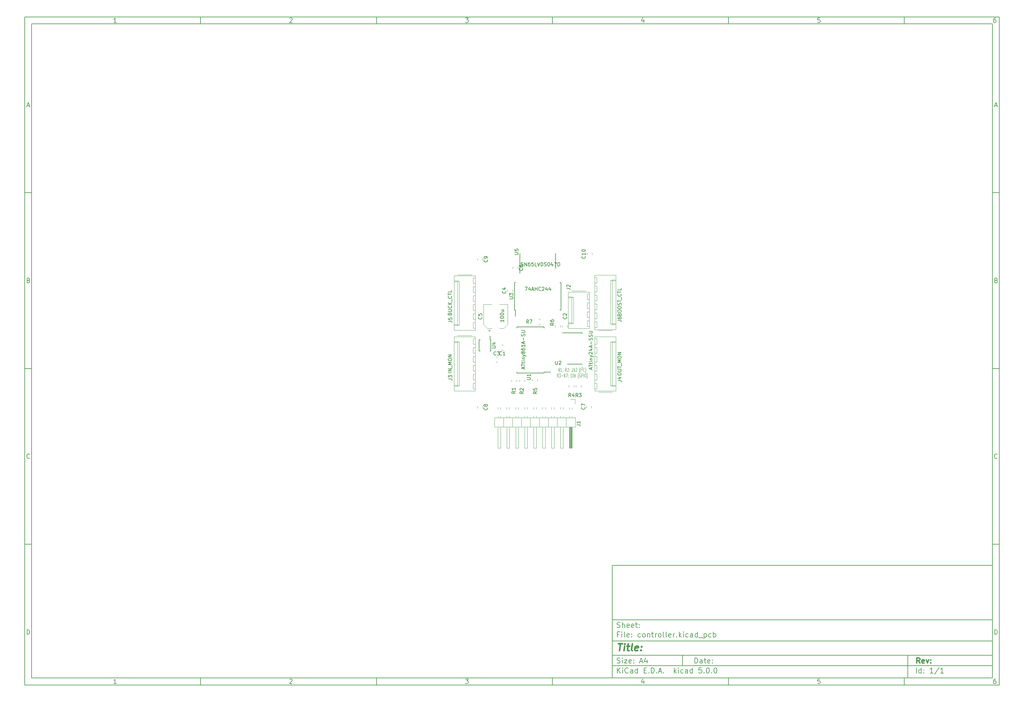
<source format=gto>
G04 #@! TF.GenerationSoftware,KiCad,Pcbnew,5.0.0*
G04 #@! TF.CreationDate,2018-10-21T13:39:10+10:00*
G04 #@! TF.ProjectId,controller,636F6E74726F6C6C65722E6B69636164,rev?*
G04 #@! TF.SameCoordinates,Original*
G04 #@! TF.FileFunction,Legend,Top*
G04 #@! TF.FilePolarity,Positive*
%FSLAX46Y46*%
G04 Gerber Fmt 4.6, Leading zero omitted, Abs format (unit mm)*
G04 Created by KiCad (PCBNEW 5.0.0) date Sun Oct 21 13:39:10 2018*
%MOMM*%
%LPD*%
G01*
G04 APERTURE LIST*
%ADD10C,0.100000*%
%ADD11C,0.150000*%
%ADD12C,0.300000*%
%ADD13C,0.400000*%
%ADD14C,0.120000*%
G04 APERTURE END LIST*
D10*
D11*
X177002200Y-166007200D02*
X177002200Y-198007200D01*
X285002200Y-198007200D01*
X285002200Y-166007200D01*
X177002200Y-166007200D01*
D10*
D11*
X10000000Y-10000000D02*
X10000000Y-200007200D01*
X287002200Y-200007200D01*
X287002200Y-10000000D01*
X10000000Y-10000000D01*
D10*
D11*
X12000000Y-12000000D02*
X12000000Y-198007200D01*
X285002200Y-198007200D01*
X285002200Y-12000000D01*
X12000000Y-12000000D01*
D10*
D11*
X60000000Y-12000000D02*
X60000000Y-10000000D01*
D10*
D11*
X110000000Y-12000000D02*
X110000000Y-10000000D01*
D10*
D11*
X160000000Y-12000000D02*
X160000000Y-10000000D01*
D10*
D11*
X210000000Y-12000000D02*
X210000000Y-10000000D01*
D10*
D11*
X260000000Y-12000000D02*
X260000000Y-10000000D01*
D10*
D11*
X36065476Y-11588095D02*
X35322619Y-11588095D01*
X35694047Y-11588095D02*
X35694047Y-10288095D01*
X35570238Y-10473809D01*
X35446428Y-10597619D01*
X35322619Y-10659523D01*
D10*
D11*
X85322619Y-10411904D02*
X85384523Y-10350000D01*
X85508333Y-10288095D01*
X85817857Y-10288095D01*
X85941666Y-10350000D01*
X86003571Y-10411904D01*
X86065476Y-10535714D01*
X86065476Y-10659523D01*
X86003571Y-10845238D01*
X85260714Y-11588095D01*
X86065476Y-11588095D01*
D10*
D11*
X135260714Y-10288095D02*
X136065476Y-10288095D01*
X135632142Y-10783333D01*
X135817857Y-10783333D01*
X135941666Y-10845238D01*
X136003571Y-10907142D01*
X136065476Y-11030952D01*
X136065476Y-11340476D01*
X136003571Y-11464285D01*
X135941666Y-11526190D01*
X135817857Y-11588095D01*
X135446428Y-11588095D01*
X135322619Y-11526190D01*
X135260714Y-11464285D01*
D10*
D11*
X185941666Y-10721428D02*
X185941666Y-11588095D01*
X185632142Y-10226190D02*
X185322619Y-11154761D01*
X186127380Y-11154761D01*
D10*
D11*
X236003571Y-10288095D02*
X235384523Y-10288095D01*
X235322619Y-10907142D01*
X235384523Y-10845238D01*
X235508333Y-10783333D01*
X235817857Y-10783333D01*
X235941666Y-10845238D01*
X236003571Y-10907142D01*
X236065476Y-11030952D01*
X236065476Y-11340476D01*
X236003571Y-11464285D01*
X235941666Y-11526190D01*
X235817857Y-11588095D01*
X235508333Y-11588095D01*
X235384523Y-11526190D01*
X235322619Y-11464285D01*
D10*
D11*
X285941666Y-10288095D02*
X285694047Y-10288095D01*
X285570238Y-10350000D01*
X285508333Y-10411904D01*
X285384523Y-10597619D01*
X285322619Y-10845238D01*
X285322619Y-11340476D01*
X285384523Y-11464285D01*
X285446428Y-11526190D01*
X285570238Y-11588095D01*
X285817857Y-11588095D01*
X285941666Y-11526190D01*
X286003571Y-11464285D01*
X286065476Y-11340476D01*
X286065476Y-11030952D01*
X286003571Y-10907142D01*
X285941666Y-10845238D01*
X285817857Y-10783333D01*
X285570238Y-10783333D01*
X285446428Y-10845238D01*
X285384523Y-10907142D01*
X285322619Y-11030952D01*
D10*
D11*
X60000000Y-198007200D02*
X60000000Y-200007200D01*
D10*
D11*
X110000000Y-198007200D02*
X110000000Y-200007200D01*
D10*
D11*
X160000000Y-198007200D02*
X160000000Y-200007200D01*
D10*
D11*
X210000000Y-198007200D02*
X210000000Y-200007200D01*
D10*
D11*
X260000000Y-198007200D02*
X260000000Y-200007200D01*
D10*
D11*
X36065476Y-199595295D02*
X35322619Y-199595295D01*
X35694047Y-199595295D02*
X35694047Y-198295295D01*
X35570238Y-198481009D01*
X35446428Y-198604819D01*
X35322619Y-198666723D01*
D10*
D11*
X85322619Y-198419104D02*
X85384523Y-198357200D01*
X85508333Y-198295295D01*
X85817857Y-198295295D01*
X85941666Y-198357200D01*
X86003571Y-198419104D01*
X86065476Y-198542914D01*
X86065476Y-198666723D01*
X86003571Y-198852438D01*
X85260714Y-199595295D01*
X86065476Y-199595295D01*
D10*
D11*
X135260714Y-198295295D02*
X136065476Y-198295295D01*
X135632142Y-198790533D01*
X135817857Y-198790533D01*
X135941666Y-198852438D01*
X136003571Y-198914342D01*
X136065476Y-199038152D01*
X136065476Y-199347676D01*
X136003571Y-199471485D01*
X135941666Y-199533390D01*
X135817857Y-199595295D01*
X135446428Y-199595295D01*
X135322619Y-199533390D01*
X135260714Y-199471485D01*
D10*
D11*
X185941666Y-198728628D02*
X185941666Y-199595295D01*
X185632142Y-198233390D02*
X185322619Y-199161961D01*
X186127380Y-199161961D01*
D10*
D11*
X236003571Y-198295295D02*
X235384523Y-198295295D01*
X235322619Y-198914342D01*
X235384523Y-198852438D01*
X235508333Y-198790533D01*
X235817857Y-198790533D01*
X235941666Y-198852438D01*
X236003571Y-198914342D01*
X236065476Y-199038152D01*
X236065476Y-199347676D01*
X236003571Y-199471485D01*
X235941666Y-199533390D01*
X235817857Y-199595295D01*
X235508333Y-199595295D01*
X235384523Y-199533390D01*
X235322619Y-199471485D01*
D10*
D11*
X285941666Y-198295295D02*
X285694047Y-198295295D01*
X285570238Y-198357200D01*
X285508333Y-198419104D01*
X285384523Y-198604819D01*
X285322619Y-198852438D01*
X285322619Y-199347676D01*
X285384523Y-199471485D01*
X285446428Y-199533390D01*
X285570238Y-199595295D01*
X285817857Y-199595295D01*
X285941666Y-199533390D01*
X286003571Y-199471485D01*
X286065476Y-199347676D01*
X286065476Y-199038152D01*
X286003571Y-198914342D01*
X285941666Y-198852438D01*
X285817857Y-198790533D01*
X285570238Y-198790533D01*
X285446428Y-198852438D01*
X285384523Y-198914342D01*
X285322619Y-199038152D01*
D10*
D11*
X10000000Y-60000000D02*
X12000000Y-60000000D01*
D10*
D11*
X10000000Y-110000000D02*
X12000000Y-110000000D01*
D10*
D11*
X10000000Y-160000000D02*
X12000000Y-160000000D01*
D10*
D11*
X10690476Y-35216666D02*
X11309523Y-35216666D01*
X10566666Y-35588095D02*
X11000000Y-34288095D01*
X11433333Y-35588095D01*
D10*
D11*
X11092857Y-84907142D02*
X11278571Y-84969047D01*
X11340476Y-85030952D01*
X11402380Y-85154761D01*
X11402380Y-85340476D01*
X11340476Y-85464285D01*
X11278571Y-85526190D01*
X11154761Y-85588095D01*
X10659523Y-85588095D01*
X10659523Y-84288095D01*
X11092857Y-84288095D01*
X11216666Y-84350000D01*
X11278571Y-84411904D01*
X11340476Y-84535714D01*
X11340476Y-84659523D01*
X11278571Y-84783333D01*
X11216666Y-84845238D01*
X11092857Y-84907142D01*
X10659523Y-84907142D01*
D10*
D11*
X11402380Y-135464285D02*
X11340476Y-135526190D01*
X11154761Y-135588095D01*
X11030952Y-135588095D01*
X10845238Y-135526190D01*
X10721428Y-135402380D01*
X10659523Y-135278571D01*
X10597619Y-135030952D01*
X10597619Y-134845238D01*
X10659523Y-134597619D01*
X10721428Y-134473809D01*
X10845238Y-134350000D01*
X11030952Y-134288095D01*
X11154761Y-134288095D01*
X11340476Y-134350000D01*
X11402380Y-134411904D01*
D10*
D11*
X10659523Y-185588095D02*
X10659523Y-184288095D01*
X10969047Y-184288095D01*
X11154761Y-184350000D01*
X11278571Y-184473809D01*
X11340476Y-184597619D01*
X11402380Y-184845238D01*
X11402380Y-185030952D01*
X11340476Y-185278571D01*
X11278571Y-185402380D01*
X11154761Y-185526190D01*
X10969047Y-185588095D01*
X10659523Y-185588095D01*
D10*
D11*
X287002200Y-60000000D02*
X285002200Y-60000000D01*
D10*
D11*
X287002200Y-110000000D02*
X285002200Y-110000000D01*
D10*
D11*
X287002200Y-160000000D02*
X285002200Y-160000000D01*
D10*
D11*
X285692676Y-35216666D02*
X286311723Y-35216666D01*
X285568866Y-35588095D02*
X286002200Y-34288095D01*
X286435533Y-35588095D01*
D10*
D11*
X286095057Y-84907142D02*
X286280771Y-84969047D01*
X286342676Y-85030952D01*
X286404580Y-85154761D01*
X286404580Y-85340476D01*
X286342676Y-85464285D01*
X286280771Y-85526190D01*
X286156961Y-85588095D01*
X285661723Y-85588095D01*
X285661723Y-84288095D01*
X286095057Y-84288095D01*
X286218866Y-84350000D01*
X286280771Y-84411904D01*
X286342676Y-84535714D01*
X286342676Y-84659523D01*
X286280771Y-84783333D01*
X286218866Y-84845238D01*
X286095057Y-84907142D01*
X285661723Y-84907142D01*
D10*
D11*
X286404580Y-135464285D02*
X286342676Y-135526190D01*
X286156961Y-135588095D01*
X286033152Y-135588095D01*
X285847438Y-135526190D01*
X285723628Y-135402380D01*
X285661723Y-135278571D01*
X285599819Y-135030952D01*
X285599819Y-134845238D01*
X285661723Y-134597619D01*
X285723628Y-134473809D01*
X285847438Y-134350000D01*
X286033152Y-134288095D01*
X286156961Y-134288095D01*
X286342676Y-134350000D01*
X286404580Y-134411904D01*
D10*
D11*
X285661723Y-185588095D02*
X285661723Y-184288095D01*
X285971247Y-184288095D01*
X286156961Y-184350000D01*
X286280771Y-184473809D01*
X286342676Y-184597619D01*
X286404580Y-184845238D01*
X286404580Y-185030952D01*
X286342676Y-185278571D01*
X286280771Y-185402380D01*
X286156961Y-185526190D01*
X285971247Y-185588095D01*
X285661723Y-185588095D01*
D10*
D11*
X200434342Y-193785771D02*
X200434342Y-192285771D01*
X200791485Y-192285771D01*
X201005771Y-192357200D01*
X201148628Y-192500057D01*
X201220057Y-192642914D01*
X201291485Y-192928628D01*
X201291485Y-193142914D01*
X201220057Y-193428628D01*
X201148628Y-193571485D01*
X201005771Y-193714342D01*
X200791485Y-193785771D01*
X200434342Y-193785771D01*
X202577200Y-193785771D02*
X202577200Y-193000057D01*
X202505771Y-192857200D01*
X202362914Y-192785771D01*
X202077200Y-192785771D01*
X201934342Y-192857200D01*
X202577200Y-193714342D02*
X202434342Y-193785771D01*
X202077200Y-193785771D01*
X201934342Y-193714342D01*
X201862914Y-193571485D01*
X201862914Y-193428628D01*
X201934342Y-193285771D01*
X202077200Y-193214342D01*
X202434342Y-193214342D01*
X202577200Y-193142914D01*
X203077200Y-192785771D02*
X203648628Y-192785771D01*
X203291485Y-192285771D02*
X203291485Y-193571485D01*
X203362914Y-193714342D01*
X203505771Y-193785771D01*
X203648628Y-193785771D01*
X204720057Y-193714342D02*
X204577200Y-193785771D01*
X204291485Y-193785771D01*
X204148628Y-193714342D01*
X204077200Y-193571485D01*
X204077200Y-193000057D01*
X204148628Y-192857200D01*
X204291485Y-192785771D01*
X204577200Y-192785771D01*
X204720057Y-192857200D01*
X204791485Y-193000057D01*
X204791485Y-193142914D01*
X204077200Y-193285771D01*
X205434342Y-193642914D02*
X205505771Y-193714342D01*
X205434342Y-193785771D01*
X205362914Y-193714342D01*
X205434342Y-193642914D01*
X205434342Y-193785771D01*
X205434342Y-192857200D02*
X205505771Y-192928628D01*
X205434342Y-193000057D01*
X205362914Y-192928628D01*
X205434342Y-192857200D01*
X205434342Y-193000057D01*
D10*
D11*
X177002200Y-194507200D02*
X285002200Y-194507200D01*
D10*
D11*
X178434342Y-196585771D02*
X178434342Y-195085771D01*
X179291485Y-196585771D02*
X178648628Y-195728628D01*
X179291485Y-195085771D02*
X178434342Y-195942914D01*
X179934342Y-196585771D02*
X179934342Y-195585771D01*
X179934342Y-195085771D02*
X179862914Y-195157200D01*
X179934342Y-195228628D01*
X180005771Y-195157200D01*
X179934342Y-195085771D01*
X179934342Y-195228628D01*
X181505771Y-196442914D02*
X181434342Y-196514342D01*
X181220057Y-196585771D01*
X181077200Y-196585771D01*
X180862914Y-196514342D01*
X180720057Y-196371485D01*
X180648628Y-196228628D01*
X180577200Y-195942914D01*
X180577200Y-195728628D01*
X180648628Y-195442914D01*
X180720057Y-195300057D01*
X180862914Y-195157200D01*
X181077200Y-195085771D01*
X181220057Y-195085771D01*
X181434342Y-195157200D01*
X181505771Y-195228628D01*
X182791485Y-196585771D02*
X182791485Y-195800057D01*
X182720057Y-195657200D01*
X182577200Y-195585771D01*
X182291485Y-195585771D01*
X182148628Y-195657200D01*
X182791485Y-196514342D02*
X182648628Y-196585771D01*
X182291485Y-196585771D01*
X182148628Y-196514342D01*
X182077200Y-196371485D01*
X182077200Y-196228628D01*
X182148628Y-196085771D01*
X182291485Y-196014342D01*
X182648628Y-196014342D01*
X182791485Y-195942914D01*
X184148628Y-196585771D02*
X184148628Y-195085771D01*
X184148628Y-196514342D02*
X184005771Y-196585771D01*
X183720057Y-196585771D01*
X183577200Y-196514342D01*
X183505771Y-196442914D01*
X183434342Y-196300057D01*
X183434342Y-195871485D01*
X183505771Y-195728628D01*
X183577200Y-195657200D01*
X183720057Y-195585771D01*
X184005771Y-195585771D01*
X184148628Y-195657200D01*
X186005771Y-195800057D02*
X186505771Y-195800057D01*
X186720057Y-196585771D02*
X186005771Y-196585771D01*
X186005771Y-195085771D01*
X186720057Y-195085771D01*
X187362914Y-196442914D02*
X187434342Y-196514342D01*
X187362914Y-196585771D01*
X187291485Y-196514342D01*
X187362914Y-196442914D01*
X187362914Y-196585771D01*
X188077200Y-196585771D02*
X188077200Y-195085771D01*
X188434342Y-195085771D01*
X188648628Y-195157200D01*
X188791485Y-195300057D01*
X188862914Y-195442914D01*
X188934342Y-195728628D01*
X188934342Y-195942914D01*
X188862914Y-196228628D01*
X188791485Y-196371485D01*
X188648628Y-196514342D01*
X188434342Y-196585771D01*
X188077200Y-196585771D01*
X189577200Y-196442914D02*
X189648628Y-196514342D01*
X189577200Y-196585771D01*
X189505771Y-196514342D01*
X189577200Y-196442914D01*
X189577200Y-196585771D01*
X190220057Y-196157200D02*
X190934342Y-196157200D01*
X190077200Y-196585771D02*
X190577200Y-195085771D01*
X191077200Y-196585771D01*
X191577200Y-196442914D02*
X191648628Y-196514342D01*
X191577200Y-196585771D01*
X191505771Y-196514342D01*
X191577200Y-196442914D01*
X191577200Y-196585771D01*
X194577200Y-196585771D02*
X194577200Y-195085771D01*
X194720057Y-196014342D02*
X195148628Y-196585771D01*
X195148628Y-195585771D02*
X194577200Y-196157200D01*
X195791485Y-196585771D02*
X195791485Y-195585771D01*
X195791485Y-195085771D02*
X195720057Y-195157200D01*
X195791485Y-195228628D01*
X195862914Y-195157200D01*
X195791485Y-195085771D01*
X195791485Y-195228628D01*
X197148628Y-196514342D02*
X197005771Y-196585771D01*
X196720057Y-196585771D01*
X196577200Y-196514342D01*
X196505771Y-196442914D01*
X196434342Y-196300057D01*
X196434342Y-195871485D01*
X196505771Y-195728628D01*
X196577200Y-195657200D01*
X196720057Y-195585771D01*
X197005771Y-195585771D01*
X197148628Y-195657200D01*
X198434342Y-196585771D02*
X198434342Y-195800057D01*
X198362914Y-195657200D01*
X198220057Y-195585771D01*
X197934342Y-195585771D01*
X197791485Y-195657200D01*
X198434342Y-196514342D02*
X198291485Y-196585771D01*
X197934342Y-196585771D01*
X197791485Y-196514342D01*
X197720057Y-196371485D01*
X197720057Y-196228628D01*
X197791485Y-196085771D01*
X197934342Y-196014342D01*
X198291485Y-196014342D01*
X198434342Y-195942914D01*
X199791485Y-196585771D02*
X199791485Y-195085771D01*
X199791485Y-196514342D02*
X199648628Y-196585771D01*
X199362914Y-196585771D01*
X199220057Y-196514342D01*
X199148628Y-196442914D01*
X199077200Y-196300057D01*
X199077200Y-195871485D01*
X199148628Y-195728628D01*
X199220057Y-195657200D01*
X199362914Y-195585771D01*
X199648628Y-195585771D01*
X199791485Y-195657200D01*
X202362914Y-195085771D02*
X201648628Y-195085771D01*
X201577200Y-195800057D01*
X201648628Y-195728628D01*
X201791485Y-195657200D01*
X202148628Y-195657200D01*
X202291485Y-195728628D01*
X202362914Y-195800057D01*
X202434342Y-195942914D01*
X202434342Y-196300057D01*
X202362914Y-196442914D01*
X202291485Y-196514342D01*
X202148628Y-196585771D01*
X201791485Y-196585771D01*
X201648628Y-196514342D01*
X201577200Y-196442914D01*
X203077200Y-196442914D02*
X203148628Y-196514342D01*
X203077200Y-196585771D01*
X203005771Y-196514342D01*
X203077200Y-196442914D01*
X203077200Y-196585771D01*
X204077200Y-195085771D02*
X204220057Y-195085771D01*
X204362914Y-195157200D01*
X204434342Y-195228628D01*
X204505771Y-195371485D01*
X204577200Y-195657200D01*
X204577200Y-196014342D01*
X204505771Y-196300057D01*
X204434342Y-196442914D01*
X204362914Y-196514342D01*
X204220057Y-196585771D01*
X204077200Y-196585771D01*
X203934342Y-196514342D01*
X203862914Y-196442914D01*
X203791485Y-196300057D01*
X203720057Y-196014342D01*
X203720057Y-195657200D01*
X203791485Y-195371485D01*
X203862914Y-195228628D01*
X203934342Y-195157200D01*
X204077200Y-195085771D01*
X205220057Y-196442914D02*
X205291485Y-196514342D01*
X205220057Y-196585771D01*
X205148628Y-196514342D01*
X205220057Y-196442914D01*
X205220057Y-196585771D01*
X206220057Y-195085771D02*
X206362914Y-195085771D01*
X206505771Y-195157200D01*
X206577200Y-195228628D01*
X206648628Y-195371485D01*
X206720057Y-195657200D01*
X206720057Y-196014342D01*
X206648628Y-196300057D01*
X206577200Y-196442914D01*
X206505771Y-196514342D01*
X206362914Y-196585771D01*
X206220057Y-196585771D01*
X206077200Y-196514342D01*
X206005771Y-196442914D01*
X205934342Y-196300057D01*
X205862914Y-196014342D01*
X205862914Y-195657200D01*
X205934342Y-195371485D01*
X206005771Y-195228628D01*
X206077200Y-195157200D01*
X206220057Y-195085771D01*
D10*
D11*
X177002200Y-191507200D02*
X285002200Y-191507200D01*
D10*
D12*
X264411485Y-193785771D02*
X263911485Y-193071485D01*
X263554342Y-193785771D02*
X263554342Y-192285771D01*
X264125771Y-192285771D01*
X264268628Y-192357200D01*
X264340057Y-192428628D01*
X264411485Y-192571485D01*
X264411485Y-192785771D01*
X264340057Y-192928628D01*
X264268628Y-193000057D01*
X264125771Y-193071485D01*
X263554342Y-193071485D01*
X265625771Y-193714342D02*
X265482914Y-193785771D01*
X265197200Y-193785771D01*
X265054342Y-193714342D01*
X264982914Y-193571485D01*
X264982914Y-193000057D01*
X265054342Y-192857200D01*
X265197200Y-192785771D01*
X265482914Y-192785771D01*
X265625771Y-192857200D01*
X265697200Y-193000057D01*
X265697200Y-193142914D01*
X264982914Y-193285771D01*
X266197200Y-192785771D02*
X266554342Y-193785771D01*
X266911485Y-192785771D01*
X267482914Y-193642914D02*
X267554342Y-193714342D01*
X267482914Y-193785771D01*
X267411485Y-193714342D01*
X267482914Y-193642914D01*
X267482914Y-193785771D01*
X267482914Y-192857200D02*
X267554342Y-192928628D01*
X267482914Y-193000057D01*
X267411485Y-192928628D01*
X267482914Y-192857200D01*
X267482914Y-193000057D01*
D10*
D11*
X178362914Y-193714342D02*
X178577200Y-193785771D01*
X178934342Y-193785771D01*
X179077200Y-193714342D01*
X179148628Y-193642914D01*
X179220057Y-193500057D01*
X179220057Y-193357200D01*
X179148628Y-193214342D01*
X179077200Y-193142914D01*
X178934342Y-193071485D01*
X178648628Y-193000057D01*
X178505771Y-192928628D01*
X178434342Y-192857200D01*
X178362914Y-192714342D01*
X178362914Y-192571485D01*
X178434342Y-192428628D01*
X178505771Y-192357200D01*
X178648628Y-192285771D01*
X179005771Y-192285771D01*
X179220057Y-192357200D01*
X179862914Y-193785771D02*
X179862914Y-192785771D01*
X179862914Y-192285771D02*
X179791485Y-192357200D01*
X179862914Y-192428628D01*
X179934342Y-192357200D01*
X179862914Y-192285771D01*
X179862914Y-192428628D01*
X180434342Y-192785771D02*
X181220057Y-192785771D01*
X180434342Y-193785771D01*
X181220057Y-193785771D01*
X182362914Y-193714342D02*
X182220057Y-193785771D01*
X181934342Y-193785771D01*
X181791485Y-193714342D01*
X181720057Y-193571485D01*
X181720057Y-193000057D01*
X181791485Y-192857200D01*
X181934342Y-192785771D01*
X182220057Y-192785771D01*
X182362914Y-192857200D01*
X182434342Y-193000057D01*
X182434342Y-193142914D01*
X181720057Y-193285771D01*
X183077200Y-193642914D02*
X183148628Y-193714342D01*
X183077200Y-193785771D01*
X183005771Y-193714342D01*
X183077200Y-193642914D01*
X183077200Y-193785771D01*
X183077200Y-192857200D02*
X183148628Y-192928628D01*
X183077200Y-193000057D01*
X183005771Y-192928628D01*
X183077200Y-192857200D01*
X183077200Y-193000057D01*
X184862914Y-193357200D02*
X185577200Y-193357200D01*
X184720057Y-193785771D02*
X185220057Y-192285771D01*
X185720057Y-193785771D01*
X186862914Y-192785771D02*
X186862914Y-193785771D01*
X186505771Y-192214342D02*
X186148628Y-193285771D01*
X187077200Y-193285771D01*
D10*
D11*
X263434342Y-196585771D02*
X263434342Y-195085771D01*
X264791485Y-196585771D02*
X264791485Y-195085771D01*
X264791485Y-196514342D02*
X264648628Y-196585771D01*
X264362914Y-196585771D01*
X264220057Y-196514342D01*
X264148628Y-196442914D01*
X264077200Y-196300057D01*
X264077200Y-195871485D01*
X264148628Y-195728628D01*
X264220057Y-195657200D01*
X264362914Y-195585771D01*
X264648628Y-195585771D01*
X264791485Y-195657200D01*
X265505771Y-196442914D02*
X265577200Y-196514342D01*
X265505771Y-196585771D01*
X265434342Y-196514342D01*
X265505771Y-196442914D01*
X265505771Y-196585771D01*
X265505771Y-195657200D02*
X265577200Y-195728628D01*
X265505771Y-195800057D01*
X265434342Y-195728628D01*
X265505771Y-195657200D01*
X265505771Y-195800057D01*
X268148628Y-196585771D02*
X267291485Y-196585771D01*
X267720057Y-196585771D02*
X267720057Y-195085771D01*
X267577200Y-195300057D01*
X267434342Y-195442914D01*
X267291485Y-195514342D01*
X269862914Y-195014342D02*
X268577200Y-196942914D01*
X271148628Y-196585771D02*
X270291485Y-196585771D01*
X270720057Y-196585771D02*
X270720057Y-195085771D01*
X270577200Y-195300057D01*
X270434342Y-195442914D01*
X270291485Y-195514342D01*
D10*
D11*
X177002200Y-187507200D02*
X285002200Y-187507200D01*
D10*
D13*
X178714580Y-188211961D02*
X179857438Y-188211961D01*
X179036009Y-190211961D02*
X179286009Y-188211961D01*
X180274104Y-190211961D02*
X180440771Y-188878628D01*
X180524104Y-188211961D02*
X180416961Y-188307200D01*
X180500295Y-188402438D01*
X180607438Y-188307200D01*
X180524104Y-188211961D01*
X180500295Y-188402438D01*
X181107438Y-188878628D02*
X181869342Y-188878628D01*
X181476485Y-188211961D02*
X181262200Y-189926247D01*
X181333628Y-190116723D01*
X181512200Y-190211961D01*
X181702676Y-190211961D01*
X182655057Y-190211961D02*
X182476485Y-190116723D01*
X182405057Y-189926247D01*
X182619342Y-188211961D01*
X184190771Y-190116723D02*
X183988390Y-190211961D01*
X183607438Y-190211961D01*
X183428866Y-190116723D01*
X183357438Y-189926247D01*
X183452676Y-189164342D01*
X183571723Y-188973866D01*
X183774104Y-188878628D01*
X184155057Y-188878628D01*
X184333628Y-188973866D01*
X184405057Y-189164342D01*
X184381247Y-189354819D01*
X183405057Y-189545295D01*
X185155057Y-190021485D02*
X185238390Y-190116723D01*
X185131247Y-190211961D01*
X185047914Y-190116723D01*
X185155057Y-190021485D01*
X185131247Y-190211961D01*
X185286009Y-188973866D02*
X185369342Y-189069104D01*
X185262200Y-189164342D01*
X185178866Y-189069104D01*
X185286009Y-188973866D01*
X185262200Y-189164342D01*
D10*
D11*
X178934342Y-185600057D02*
X178434342Y-185600057D01*
X178434342Y-186385771D02*
X178434342Y-184885771D01*
X179148628Y-184885771D01*
X179720057Y-186385771D02*
X179720057Y-185385771D01*
X179720057Y-184885771D02*
X179648628Y-184957200D01*
X179720057Y-185028628D01*
X179791485Y-184957200D01*
X179720057Y-184885771D01*
X179720057Y-185028628D01*
X180648628Y-186385771D02*
X180505771Y-186314342D01*
X180434342Y-186171485D01*
X180434342Y-184885771D01*
X181791485Y-186314342D02*
X181648628Y-186385771D01*
X181362914Y-186385771D01*
X181220057Y-186314342D01*
X181148628Y-186171485D01*
X181148628Y-185600057D01*
X181220057Y-185457200D01*
X181362914Y-185385771D01*
X181648628Y-185385771D01*
X181791485Y-185457200D01*
X181862914Y-185600057D01*
X181862914Y-185742914D01*
X181148628Y-185885771D01*
X182505771Y-186242914D02*
X182577200Y-186314342D01*
X182505771Y-186385771D01*
X182434342Y-186314342D01*
X182505771Y-186242914D01*
X182505771Y-186385771D01*
X182505771Y-185457200D02*
X182577200Y-185528628D01*
X182505771Y-185600057D01*
X182434342Y-185528628D01*
X182505771Y-185457200D01*
X182505771Y-185600057D01*
X185005771Y-186314342D02*
X184862914Y-186385771D01*
X184577200Y-186385771D01*
X184434342Y-186314342D01*
X184362914Y-186242914D01*
X184291485Y-186100057D01*
X184291485Y-185671485D01*
X184362914Y-185528628D01*
X184434342Y-185457200D01*
X184577200Y-185385771D01*
X184862914Y-185385771D01*
X185005771Y-185457200D01*
X185862914Y-186385771D02*
X185720057Y-186314342D01*
X185648628Y-186242914D01*
X185577200Y-186100057D01*
X185577200Y-185671485D01*
X185648628Y-185528628D01*
X185720057Y-185457200D01*
X185862914Y-185385771D01*
X186077200Y-185385771D01*
X186220057Y-185457200D01*
X186291485Y-185528628D01*
X186362914Y-185671485D01*
X186362914Y-186100057D01*
X186291485Y-186242914D01*
X186220057Y-186314342D01*
X186077200Y-186385771D01*
X185862914Y-186385771D01*
X187005771Y-185385771D02*
X187005771Y-186385771D01*
X187005771Y-185528628D02*
X187077200Y-185457200D01*
X187220057Y-185385771D01*
X187434342Y-185385771D01*
X187577200Y-185457200D01*
X187648628Y-185600057D01*
X187648628Y-186385771D01*
X188148628Y-185385771D02*
X188720057Y-185385771D01*
X188362914Y-184885771D02*
X188362914Y-186171485D01*
X188434342Y-186314342D01*
X188577200Y-186385771D01*
X188720057Y-186385771D01*
X189220057Y-186385771D02*
X189220057Y-185385771D01*
X189220057Y-185671485D02*
X189291485Y-185528628D01*
X189362914Y-185457200D01*
X189505771Y-185385771D01*
X189648628Y-185385771D01*
X190362914Y-186385771D02*
X190220057Y-186314342D01*
X190148628Y-186242914D01*
X190077200Y-186100057D01*
X190077200Y-185671485D01*
X190148628Y-185528628D01*
X190220057Y-185457200D01*
X190362914Y-185385771D01*
X190577200Y-185385771D01*
X190720057Y-185457200D01*
X190791485Y-185528628D01*
X190862914Y-185671485D01*
X190862914Y-186100057D01*
X190791485Y-186242914D01*
X190720057Y-186314342D01*
X190577200Y-186385771D01*
X190362914Y-186385771D01*
X191720057Y-186385771D02*
X191577200Y-186314342D01*
X191505771Y-186171485D01*
X191505771Y-184885771D01*
X192505771Y-186385771D02*
X192362914Y-186314342D01*
X192291485Y-186171485D01*
X192291485Y-184885771D01*
X193648628Y-186314342D02*
X193505771Y-186385771D01*
X193220057Y-186385771D01*
X193077200Y-186314342D01*
X193005771Y-186171485D01*
X193005771Y-185600057D01*
X193077200Y-185457200D01*
X193220057Y-185385771D01*
X193505771Y-185385771D01*
X193648628Y-185457200D01*
X193720057Y-185600057D01*
X193720057Y-185742914D01*
X193005771Y-185885771D01*
X194362914Y-186385771D02*
X194362914Y-185385771D01*
X194362914Y-185671485D02*
X194434342Y-185528628D01*
X194505771Y-185457200D01*
X194648628Y-185385771D01*
X194791485Y-185385771D01*
X195291485Y-186242914D02*
X195362914Y-186314342D01*
X195291485Y-186385771D01*
X195220057Y-186314342D01*
X195291485Y-186242914D01*
X195291485Y-186385771D01*
X196005771Y-186385771D02*
X196005771Y-184885771D01*
X196148628Y-185814342D02*
X196577200Y-186385771D01*
X196577200Y-185385771D02*
X196005771Y-185957200D01*
X197220057Y-186385771D02*
X197220057Y-185385771D01*
X197220057Y-184885771D02*
X197148628Y-184957200D01*
X197220057Y-185028628D01*
X197291485Y-184957200D01*
X197220057Y-184885771D01*
X197220057Y-185028628D01*
X198577200Y-186314342D02*
X198434342Y-186385771D01*
X198148628Y-186385771D01*
X198005771Y-186314342D01*
X197934342Y-186242914D01*
X197862914Y-186100057D01*
X197862914Y-185671485D01*
X197934342Y-185528628D01*
X198005771Y-185457200D01*
X198148628Y-185385771D01*
X198434342Y-185385771D01*
X198577200Y-185457200D01*
X199862914Y-186385771D02*
X199862914Y-185600057D01*
X199791485Y-185457200D01*
X199648628Y-185385771D01*
X199362914Y-185385771D01*
X199220057Y-185457200D01*
X199862914Y-186314342D02*
X199720057Y-186385771D01*
X199362914Y-186385771D01*
X199220057Y-186314342D01*
X199148628Y-186171485D01*
X199148628Y-186028628D01*
X199220057Y-185885771D01*
X199362914Y-185814342D01*
X199720057Y-185814342D01*
X199862914Y-185742914D01*
X201220057Y-186385771D02*
X201220057Y-184885771D01*
X201220057Y-186314342D02*
X201077200Y-186385771D01*
X200791485Y-186385771D01*
X200648628Y-186314342D01*
X200577200Y-186242914D01*
X200505771Y-186100057D01*
X200505771Y-185671485D01*
X200577200Y-185528628D01*
X200648628Y-185457200D01*
X200791485Y-185385771D01*
X201077200Y-185385771D01*
X201220057Y-185457200D01*
X201577200Y-186528628D02*
X202720057Y-186528628D01*
X203077200Y-185385771D02*
X203077200Y-186885771D01*
X203077200Y-185457200D02*
X203220057Y-185385771D01*
X203505771Y-185385771D01*
X203648628Y-185457200D01*
X203720057Y-185528628D01*
X203791485Y-185671485D01*
X203791485Y-186100057D01*
X203720057Y-186242914D01*
X203648628Y-186314342D01*
X203505771Y-186385771D01*
X203220057Y-186385771D01*
X203077200Y-186314342D01*
X205077200Y-186314342D02*
X204934342Y-186385771D01*
X204648628Y-186385771D01*
X204505771Y-186314342D01*
X204434342Y-186242914D01*
X204362914Y-186100057D01*
X204362914Y-185671485D01*
X204434342Y-185528628D01*
X204505771Y-185457200D01*
X204648628Y-185385771D01*
X204934342Y-185385771D01*
X205077200Y-185457200D01*
X205720057Y-186385771D02*
X205720057Y-184885771D01*
X205720057Y-185457200D02*
X205862914Y-185385771D01*
X206148628Y-185385771D01*
X206291485Y-185457200D01*
X206362914Y-185528628D01*
X206434342Y-185671485D01*
X206434342Y-186100057D01*
X206362914Y-186242914D01*
X206291485Y-186314342D01*
X206148628Y-186385771D01*
X205862914Y-186385771D01*
X205720057Y-186314342D01*
D10*
D11*
X177002200Y-181507200D02*
X285002200Y-181507200D01*
D10*
D11*
X178362914Y-183614342D02*
X178577200Y-183685771D01*
X178934342Y-183685771D01*
X179077200Y-183614342D01*
X179148628Y-183542914D01*
X179220057Y-183400057D01*
X179220057Y-183257200D01*
X179148628Y-183114342D01*
X179077200Y-183042914D01*
X178934342Y-182971485D01*
X178648628Y-182900057D01*
X178505771Y-182828628D01*
X178434342Y-182757200D01*
X178362914Y-182614342D01*
X178362914Y-182471485D01*
X178434342Y-182328628D01*
X178505771Y-182257200D01*
X178648628Y-182185771D01*
X179005771Y-182185771D01*
X179220057Y-182257200D01*
X179862914Y-183685771D02*
X179862914Y-182185771D01*
X180505771Y-183685771D02*
X180505771Y-182900057D01*
X180434342Y-182757200D01*
X180291485Y-182685771D01*
X180077200Y-182685771D01*
X179934342Y-182757200D01*
X179862914Y-182828628D01*
X181791485Y-183614342D02*
X181648628Y-183685771D01*
X181362914Y-183685771D01*
X181220057Y-183614342D01*
X181148628Y-183471485D01*
X181148628Y-182900057D01*
X181220057Y-182757200D01*
X181362914Y-182685771D01*
X181648628Y-182685771D01*
X181791485Y-182757200D01*
X181862914Y-182900057D01*
X181862914Y-183042914D01*
X181148628Y-183185771D01*
X183077200Y-183614342D02*
X182934342Y-183685771D01*
X182648628Y-183685771D01*
X182505771Y-183614342D01*
X182434342Y-183471485D01*
X182434342Y-182900057D01*
X182505771Y-182757200D01*
X182648628Y-182685771D01*
X182934342Y-182685771D01*
X183077200Y-182757200D01*
X183148628Y-182900057D01*
X183148628Y-183042914D01*
X182434342Y-183185771D01*
X183577200Y-182685771D02*
X184148628Y-182685771D01*
X183791485Y-182185771D02*
X183791485Y-183471485D01*
X183862914Y-183614342D01*
X184005771Y-183685771D01*
X184148628Y-183685771D01*
X184648628Y-183542914D02*
X184720057Y-183614342D01*
X184648628Y-183685771D01*
X184577200Y-183614342D01*
X184648628Y-183542914D01*
X184648628Y-183685771D01*
X184648628Y-182757200D02*
X184720057Y-182828628D01*
X184648628Y-182900057D01*
X184577200Y-182828628D01*
X184648628Y-182757200D01*
X184648628Y-182900057D01*
D10*
D11*
X197002200Y-191507200D02*
X197002200Y-194507200D01*
D10*
D11*
X261002200Y-191507200D02*
X261002200Y-198007200D01*
D10*
X162057142Y-110852380D02*
X161857142Y-110376190D01*
X161714285Y-110852380D02*
X161714285Y-109852380D01*
X161942857Y-109852380D01*
X162000000Y-109900000D01*
X162028571Y-109947619D01*
X162057142Y-110042857D01*
X162057142Y-110185714D01*
X162028571Y-110280952D01*
X162000000Y-110328571D01*
X161942857Y-110376190D01*
X161714285Y-110376190D01*
X162628571Y-110852380D02*
X162285714Y-110852380D01*
X162457142Y-110852380D02*
X162457142Y-109852380D01*
X162400000Y-109995238D01*
X162342857Y-110090476D01*
X162285714Y-110138095D01*
X162914285Y-110804761D02*
X162914285Y-110852380D01*
X162885714Y-110947619D01*
X162857142Y-110995238D01*
X163971428Y-110852380D02*
X163771428Y-110376190D01*
X163628571Y-110852380D02*
X163628571Y-109852380D01*
X163857142Y-109852380D01*
X163914285Y-109900000D01*
X163942857Y-109947619D01*
X163971428Y-110042857D01*
X163971428Y-110185714D01*
X163942857Y-110280952D01*
X163914285Y-110328571D01*
X163857142Y-110376190D01*
X163628571Y-110376190D01*
X164200000Y-109947619D02*
X164228571Y-109900000D01*
X164285714Y-109852380D01*
X164428571Y-109852380D01*
X164485714Y-109900000D01*
X164514285Y-109947619D01*
X164542857Y-110042857D01*
X164542857Y-110138095D01*
X164514285Y-110280952D01*
X164171428Y-110852380D01*
X164542857Y-110852380D01*
X164800000Y-110757142D02*
X164828571Y-110804761D01*
X164800000Y-110852380D01*
X164771428Y-110804761D01*
X164800000Y-110757142D01*
X164800000Y-110852380D01*
X164800000Y-110233333D02*
X164828571Y-110280952D01*
X164800000Y-110328571D01*
X164771428Y-110280952D01*
X164800000Y-110233333D01*
X164800000Y-110328571D01*
X165514285Y-109947619D02*
X165542857Y-109900000D01*
X165600000Y-109852380D01*
X165742857Y-109852380D01*
X165800000Y-109900000D01*
X165828571Y-109947619D01*
X165857142Y-110042857D01*
X165857142Y-110138095D01*
X165828571Y-110280952D01*
X165485714Y-110852380D01*
X165857142Y-110852380D01*
X166114285Y-110852380D02*
X166114285Y-109852380D01*
X166171428Y-110471428D02*
X166342857Y-110852380D01*
X166342857Y-110185714D02*
X166114285Y-110566666D01*
X166571428Y-109947619D02*
X166600000Y-109900000D01*
X166657142Y-109852380D01*
X166800000Y-109852380D01*
X166857142Y-109900000D01*
X166885714Y-109947619D01*
X166914285Y-110042857D01*
X166914285Y-110138095D01*
X166885714Y-110280952D01*
X166542857Y-110852380D01*
X166914285Y-110852380D01*
X167800000Y-111233333D02*
X167771428Y-111185714D01*
X167714285Y-111042857D01*
X167685714Y-110947619D01*
X167657142Y-110804761D01*
X167628571Y-110566666D01*
X167628571Y-110376190D01*
X167657142Y-110138095D01*
X167685714Y-109995238D01*
X167714285Y-109900000D01*
X167771428Y-109757142D01*
X167800000Y-109709523D01*
X168028571Y-110852380D02*
X168028571Y-109852380D01*
X168285714Y-109614285D02*
X168342857Y-109566666D01*
X168428571Y-109566666D01*
X168485714Y-109614285D01*
X168514285Y-109709523D01*
X168514285Y-109804761D01*
X168485714Y-109900000D01*
X168285714Y-110233333D01*
X168514285Y-110233333D01*
X169114285Y-110757142D02*
X169085714Y-110804761D01*
X169000000Y-110852380D01*
X168942857Y-110852380D01*
X168857142Y-110804761D01*
X168800000Y-110709523D01*
X168771428Y-110614285D01*
X168742857Y-110423809D01*
X168742857Y-110280952D01*
X168771428Y-110090476D01*
X168800000Y-109995238D01*
X168857142Y-109900000D01*
X168942857Y-109852380D01*
X169000000Y-109852380D01*
X169085714Y-109900000D01*
X169114285Y-109947619D01*
X169314285Y-111233333D02*
X169342857Y-111185714D01*
X169400000Y-111042857D01*
X169428571Y-110947619D01*
X169457142Y-110804761D01*
X169485714Y-110566666D01*
X169485714Y-110376190D01*
X169457142Y-110138095D01*
X169428571Y-109995238D01*
X169400000Y-109900000D01*
X169342857Y-109757142D01*
X169314285Y-109709523D01*
X161671428Y-112452380D02*
X161471428Y-111976190D01*
X161328571Y-112452380D02*
X161328571Y-111452380D01*
X161557142Y-111452380D01*
X161614285Y-111500000D01*
X161642857Y-111547619D01*
X161671428Y-111642857D01*
X161671428Y-111785714D01*
X161642857Y-111880952D01*
X161614285Y-111928571D01*
X161557142Y-111976190D01*
X161328571Y-111976190D01*
X161871428Y-111452380D02*
X162242857Y-111452380D01*
X162042857Y-111833333D01*
X162128571Y-111833333D01*
X162185714Y-111880952D01*
X162214285Y-111928571D01*
X162242857Y-112023809D01*
X162242857Y-112261904D01*
X162214285Y-112357142D01*
X162185714Y-112404761D01*
X162128571Y-112452380D01*
X161957142Y-112452380D01*
X161900000Y-112404761D01*
X161871428Y-112357142D01*
X162500000Y-112071428D02*
X162957142Y-112071428D01*
X163585714Y-112452380D02*
X163385714Y-111976190D01*
X163242857Y-112452380D02*
X163242857Y-111452380D01*
X163471428Y-111452380D01*
X163528571Y-111500000D01*
X163557142Y-111547619D01*
X163585714Y-111642857D01*
X163585714Y-111785714D01*
X163557142Y-111880952D01*
X163528571Y-111928571D01*
X163471428Y-111976190D01*
X163242857Y-111976190D01*
X163785714Y-111452380D02*
X164185714Y-111452380D01*
X163928571Y-112452380D01*
X164414285Y-112357142D02*
X164442857Y-112404761D01*
X164414285Y-112452380D01*
X164385714Y-112404761D01*
X164414285Y-112357142D01*
X164414285Y-112452380D01*
X164414285Y-111833333D02*
X164442857Y-111880952D01*
X164414285Y-111928571D01*
X164385714Y-111880952D01*
X164414285Y-111833333D01*
X164414285Y-111928571D01*
X165471428Y-112452380D02*
X165128571Y-112452380D01*
X165300000Y-112452380D02*
X165300000Y-111452380D01*
X165242857Y-111595238D01*
X165185714Y-111690476D01*
X165128571Y-111738095D01*
X165842857Y-111452380D02*
X165900000Y-111452380D01*
X165957142Y-111500000D01*
X165985714Y-111547619D01*
X166014285Y-111642857D01*
X166042857Y-111833333D01*
X166042857Y-112071428D01*
X166014285Y-112261904D01*
X165985714Y-112357142D01*
X165957142Y-112404761D01*
X165900000Y-112452380D01*
X165842857Y-112452380D01*
X165785714Y-112404761D01*
X165757142Y-112357142D01*
X165728571Y-112261904D01*
X165700000Y-112071428D01*
X165700000Y-111833333D01*
X165728571Y-111642857D01*
X165757142Y-111547619D01*
X165785714Y-111500000D01*
X165842857Y-111452380D01*
X166300000Y-112452380D02*
X166300000Y-111452380D01*
X166357142Y-112071428D02*
X166528571Y-112452380D01*
X166528571Y-111785714D02*
X166300000Y-112166666D01*
X167414285Y-112833333D02*
X167385714Y-112785714D01*
X167328571Y-112642857D01*
X167300000Y-112547619D01*
X167271428Y-112404761D01*
X167242857Y-112166666D01*
X167242857Y-111976190D01*
X167271428Y-111738095D01*
X167300000Y-111595238D01*
X167328571Y-111500000D01*
X167385714Y-111357142D01*
X167414285Y-111309523D01*
X167957142Y-111500000D02*
X167900000Y-111452380D01*
X167814285Y-111452380D01*
X167728571Y-111500000D01*
X167671428Y-111595238D01*
X167642857Y-111690476D01*
X167614285Y-111880952D01*
X167614285Y-112023809D01*
X167642857Y-112214285D01*
X167671428Y-112309523D01*
X167728571Y-112404761D01*
X167814285Y-112452380D01*
X167871428Y-112452380D01*
X167957142Y-112404761D01*
X167985714Y-112357142D01*
X167985714Y-112023809D01*
X167871428Y-112023809D01*
X168242857Y-112452380D02*
X168242857Y-111452380D01*
X168471428Y-111452380D01*
X168528571Y-111500000D01*
X168557142Y-111547619D01*
X168585714Y-111642857D01*
X168585714Y-111785714D01*
X168557142Y-111880952D01*
X168528571Y-111928571D01*
X168471428Y-111976190D01*
X168242857Y-111976190D01*
X168842857Y-112452380D02*
X168842857Y-111452380D01*
X169242857Y-111452380D02*
X169357142Y-111452380D01*
X169414285Y-111500000D01*
X169471428Y-111595238D01*
X169500000Y-111785714D01*
X169500000Y-112119047D01*
X169471428Y-112309523D01*
X169414285Y-112404761D01*
X169357142Y-112452380D01*
X169242857Y-112452380D01*
X169185714Y-112404761D01*
X169128571Y-112309523D01*
X169100000Y-112119047D01*
X169100000Y-111785714D01*
X169128571Y-111595238D01*
X169185714Y-111500000D01*
X169242857Y-111452380D01*
X169700000Y-112833333D02*
X169728571Y-112785714D01*
X169785714Y-112642857D01*
X169814285Y-112547619D01*
X169842857Y-112404761D01*
X169871428Y-112166666D01*
X169871428Y-111976190D01*
X169842857Y-111738095D01*
X169814285Y-111595238D01*
X169785714Y-111500000D01*
X169728571Y-111357142D01*
X169700000Y-111309523D01*
D14*
G04 #@! TO.C,J2*
X170490000Y-88220000D02*
X164470000Y-88220000D01*
X164470000Y-88220000D02*
X164470000Y-98600000D01*
X164470000Y-98600000D02*
X170490000Y-98600000D01*
X170490000Y-98600000D02*
X170490000Y-88220000D01*
X169460000Y-87930000D02*
X165460000Y-87930000D01*
X164470000Y-89600000D02*
X165470000Y-89600000D01*
X165470000Y-89600000D02*
X165470000Y-97220000D01*
X165470000Y-97220000D02*
X164470000Y-97220000D01*
X165470000Y-89600000D02*
X166000000Y-89850000D01*
X166000000Y-89850000D02*
X166000000Y-96970000D01*
X166000000Y-96970000D02*
X165470000Y-97220000D01*
X164470000Y-89850000D02*
X165470000Y-89850000D01*
X164470000Y-96970000D02*
X165470000Y-96970000D01*
X170490000Y-88800000D02*
X169890000Y-88800000D01*
X169890000Y-88800000D02*
X169890000Y-90400000D01*
X169890000Y-90400000D02*
X170490000Y-90400000D01*
X170490000Y-91340000D02*
X169890000Y-91340000D01*
X169890000Y-91340000D02*
X169890000Y-92940000D01*
X169890000Y-92940000D02*
X170490000Y-92940000D01*
X170490000Y-93880000D02*
X169890000Y-93880000D01*
X169890000Y-93880000D02*
X169890000Y-95480000D01*
X169890000Y-95480000D02*
X170490000Y-95480000D01*
X170490000Y-96420000D02*
X169890000Y-96420000D01*
X169890000Y-96420000D02*
X169890000Y-98020000D01*
X169890000Y-98020000D02*
X170490000Y-98020000D01*
G04 #@! TO.C,J1*
X166490000Y-123980000D02*
X143510000Y-123980000D01*
X143510000Y-123980000D02*
X143510000Y-126640000D01*
X143510000Y-126640000D02*
X166490000Y-126640000D01*
X166490000Y-126640000D02*
X166490000Y-123980000D01*
X165540000Y-126640000D02*
X165540000Y-132640000D01*
X165540000Y-132640000D02*
X164780000Y-132640000D01*
X164780000Y-132640000D02*
X164780000Y-126640000D01*
X165480000Y-126640000D02*
X165480000Y-132640000D01*
X165360000Y-126640000D02*
X165360000Y-132640000D01*
X165240000Y-126640000D02*
X165240000Y-132640000D01*
X165120000Y-126640000D02*
X165120000Y-132640000D01*
X165000000Y-126640000D02*
X165000000Y-132640000D01*
X164880000Y-126640000D02*
X164880000Y-132640000D01*
X165540000Y-123582929D02*
X165540000Y-123980000D01*
X164780000Y-123582929D02*
X164780000Y-123980000D01*
X165540000Y-121110000D02*
X165540000Y-121497071D01*
X164780000Y-121110000D02*
X164780000Y-121497071D01*
X163890000Y-123980000D02*
X163890000Y-126640000D01*
X163000000Y-126640000D02*
X163000000Y-132640000D01*
X163000000Y-132640000D02*
X162240000Y-132640000D01*
X162240000Y-132640000D02*
X162240000Y-126640000D01*
X163000000Y-123582929D02*
X163000000Y-123980000D01*
X162240000Y-123582929D02*
X162240000Y-123980000D01*
X163000000Y-121042929D02*
X163000000Y-121497071D01*
X162240000Y-121042929D02*
X162240000Y-121497071D01*
X161350000Y-123980000D02*
X161350000Y-126640000D01*
X160460000Y-126640000D02*
X160460000Y-132640000D01*
X160460000Y-132640000D02*
X159700000Y-132640000D01*
X159700000Y-132640000D02*
X159700000Y-126640000D01*
X160460000Y-123582929D02*
X160460000Y-123980000D01*
X159700000Y-123582929D02*
X159700000Y-123980000D01*
X160460000Y-121042929D02*
X160460000Y-121497071D01*
X159700000Y-121042929D02*
X159700000Y-121497071D01*
X158810000Y-123980000D02*
X158810000Y-126640000D01*
X157920000Y-126640000D02*
X157920000Y-132640000D01*
X157920000Y-132640000D02*
X157160000Y-132640000D01*
X157160000Y-132640000D02*
X157160000Y-126640000D01*
X157920000Y-123582929D02*
X157920000Y-123980000D01*
X157160000Y-123582929D02*
X157160000Y-123980000D01*
X157920000Y-121042929D02*
X157920000Y-121497071D01*
X157160000Y-121042929D02*
X157160000Y-121497071D01*
X156270000Y-123980000D02*
X156270000Y-126640000D01*
X155380000Y-126640000D02*
X155380000Y-132640000D01*
X155380000Y-132640000D02*
X154620000Y-132640000D01*
X154620000Y-132640000D02*
X154620000Y-126640000D01*
X155380000Y-123582929D02*
X155380000Y-123980000D01*
X154620000Y-123582929D02*
X154620000Y-123980000D01*
X155380000Y-121042929D02*
X155380000Y-121497071D01*
X154620000Y-121042929D02*
X154620000Y-121497071D01*
X153730000Y-123980000D02*
X153730000Y-126640000D01*
X152840000Y-126640000D02*
X152840000Y-132640000D01*
X152840000Y-132640000D02*
X152080000Y-132640000D01*
X152080000Y-132640000D02*
X152080000Y-126640000D01*
X152840000Y-123582929D02*
X152840000Y-123980000D01*
X152080000Y-123582929D02*
X152080000Y-123980000D01*
X152840000Y-121042929D02*
X152840000Y-121497071D01*
X152080000Y-121042929D02*
X152080000Y-121497071D01*
X151190000Y-123980000D02*
X151190000Y-126640000D01*
X150300000Y-126640000D02*
X150300000Y-132640000D01*
X150300000Y-132640000D02*
X149540000Y-132640000D01*
X149540000Y-132640000D02*
X149540000Y-126640000D01*
X150300000Y-123582929D02*
X150300000Y-123980000D01*
X149540000Y-123582929D02*
X149540000Y-123980000D01*
X150300000Y-121042929D02*
X150300000Y-121497071D01*
X149540000Y-121042929D02*
X149540000Y-121497071D01*
X148650000Y-123980000D02*
X148650000Y-126640000D01*
X147760000Y-126640000D02*
X147760000Y-132640000D01*
X147760000Y-132640000D02*
X147000000Y-132640000D01*
X147000000Y-132640000D02*
X147000000Y-126640000D01*
X147760000Y-123582929D02*
X147760000Y-123980000D01*
X147000000Y-123582929D02*
X147000000Y-123980000D01*
X147760000Y-121042929D02*
X147760000Y-121497071D01*
X147000000Y-121042929D02*
X147000000Y-121497071D01*
X146110000Y-123980000D02*
X146110000Y-126640000D01*
X145220000Y-126640000D02*
X145220000Y-132640000D01*
X145220000Y-132640000D02*
X144460000Y-132640000D01*
X144460000Y-132640000D02*
X144460000Y-126640000D01*
X145220000Y-123582929D02*
X145220000Y-123980000D01*
X144460000Y-123582929D02*
X144460000Y-123980000D01*
X145220000Y-121042929D02*
X145220000Y-121497071D01*
X144460000Y-121042929D02*
X144460000Y-121497071D01*
X165160000Y-118730000D02*
X166430000Y-118730000D01*
X166430000Y-118730000D02*
X166430000Y-120000000D01*
D11*
G04 #@! TO.C,U4*
X142430000Y-101800000D02*
X142255000Y-101800000D01*
X142430000Y-105050000D02*
X142155000Y-105050000D01*
X139180000Y-105050000D02*
X139455000Y-105050000D01*
X139180000Y-101800000D02*
X139455000Y-101800000D01*
X142430000Y-101800000D02*
X142430000Y-105050000D01*
X139180000Y-101800000D02*
X139180000Y-105050000D01*
X142255000Y-101800000D02*
X142255000Y-100725000D01*
G04 #@! TO.C,U3*
X149245000Y-93300000D02*
X149495000Y-93300000D01*
X149245000Y-85550000D02*
X149580000Y-85550000D01*
X162395000Y-85550000D02*
X162060000Y-85550000D01*
X162395000Y-93300000D02*
X162060000Y-93300000D01*
X149245000Y-93300000D02*
X149245000Y-85550000D01*
X162395000Y-93300000D02*
X162395000Y-85550000D01*
X149495000Y-93300000D02*
X149495000Y-95100000D01*
D14*
G04 #@! TO.C,J3*
X137430000Y-115800000D02*
X138030000Y-115800000D01*
X137430000Y-114200000D02*
X137430000Y-115800000D01*
X138030000Y-114200000D02*
X137430000Y-114200000D01*
X137430000Y-113260000D02*
X138030000Y-113260000D01*
X137430000Y-111660000D02*
X137430000Y-113260000D01*
X138030000Y-111660000D02*
X137430000Y-111660000D01*
X137430000Y-110720000D02*
X138030000Y-110720000D01*
X137430000Y-109120000D02*
X137430000Y-110720000D01*
X138030000Y-109120000D02*
X137430000Y-109120000D01*
X137430000Y-108180000D02*
X138030000Y-108180000D01*
X137430000Y-106580000D02*
X137430000Y-108180000D01*
X138030000Y-106580000D02*
X137430000Y-106580000D01*
X137430000Y-105640000D02*
X138030000Y-105640000D01*
X137430000Y-104040000D02*
X137430000Y-105640000D01*
X138030000Y-104040000D02*
X137430000Y-104040000D01*
X137430000Y-103100000D02*
X138030000Y-103100000D01*
X137430000Y-101500000D02*
X137430000Y-103100000D01*
X138030000Y-101500000D02*
X137430000Y-101500000D01*
X132010000Y-114750000D02*
X133010000Y-114750000D01*
X132010000Y-102550000D02*
X133010000Y-102550000D01*
X133540000Y-114750000D02*
X133010000Y-115000000D01*
X133540000Y-102550000D02*
X133540000Y-114750000D01*
X133010000Y-102300000D02*
X133540000Y-102550000D01*
X133010000Y-115000000D02*
X132010000Y-115000000D01*
X133010000Y-102300000D02*
X133010000Y-115000000D01*
X132010000Y-102300000D02*
X133010000Y-102300000D01*
X137000000Y-100630000D02*
X133000000Y-100630000D01*
X138030000Y-116380000D02*
X138030000Y-100920000D01*
X132010000Y-116380000D02*
X138030000Y-116380000D01*
X132010000Y-100920000D02*
X132010000Y-116380000D01*
X138030000Y-100920000D02*
X132010000Y-100920000D01*
G04 #@! TO.C,J4*
X171970000Y-116380000D02*
X177990000Y-116380000D01*
X177990000Y-116380000D02*
X177990000Y-100920000D01*
X177990000Y-100920000D02*
X171970000Y-100920000D01*
X171970000Y-100920000D02*
X171970000Y-116380000D01*
X173000000Y-116670000D02*
X177000000Y-116670000D01*
X177990000Y-115000000D02*
X176990000Y-115000000D01*
X176990000Y-115000000D02*
X176990000Y-102300000D01*
X176990000Y-102300000D02*
X177990000Y-102300000D01*
X176990000Y-115000000D02*
X176460000Y-114750000D01*
X176460000Y-114750000D02*
X176460000Y-102550000D01*
X176460000Y-102550000D02*
X176990000Y-102300000D01*
X177990000Y-114750000D02*
X176990000Y-114750000D01*
X177990000Y-102550000D02*
X176990000Y-102550000D01*
X171970000Y-115800000D02*
X172570000Y-115800000D01*
X172570000Y-115800000D02*
X172570000Y-114200000D01*
X172570000Y-114200000D02*
X171970000Y-114200000D01*
X171970000Y-113260000D02*
X172570000Y-113260000D01*
X172570000Y-113260000D02*
X172570000Y-111660000D01*
X172570000Y-111660000D02*
X171970000Y-111660000D01*
X171970000Y-110720000D02*
X172570000Y-110720000D01*
X172570000Y-110720000D02*
X172570000Y-109120000D01*
X172570000Y-109120000D02*
X171970000Y-109120000D01*
X171970000Y-108180000D02*
X172570000Y-108180000D01*
X172570000Y-108180000D02*
X172570000Y-106580000D01*
X172570000Y-106580000D02*
X171970000Y-106580000D01*
X171970000Y-105640000D02*
X172570000Y-105640000D01*
X172570000Y-105640000D02*
X172570000Y-104040000D01*
X172570000Y-104040000D02*
X171970000Y-104040000D01*
X171970000Y-103100000D02*
X172570000Y-103100000D01*
X172570000Y-103100000D02*
X172570000Y-101500000D01*
X172570000Y-101500000D02*
X171970000Y-101500000D01*
G04 #@! TO.C,J5*
X137430000Y-98500000D02*
X138030000Y-98500000D01*
X137430000Y-96900000D02*
X137430000Y-98500000D01*
X138030000Y-96900000D02*
X137430000Y-96900000D01*
X137430000Y-95960000D02*
X138030000Y-95960000D01*
X137430000Y-94360000D02*
X137430000Y-95960000D01*
X138030000Y-94360000D02*
X137430000Y-94360000D01*
X137430000Y-93420000D02*
X138030000Y-93420000D01*
X137430000Y-91820000D02*
X137430000Y-93420000D01*
X138030000Y-91820000D02*
X137430000Y-91820000D01*
X137430000Y-90880000D02*
X138030000Y-90880000D01*
X137430000Y-89280000D02*
X137430000Y-90880000D01*
X138030000Y-89280000D02*
X137430000Y-89280000D01*
X137430000Y-88340000D02*
X138030000Y-88340000D01*
X137430000Y-86740000D02*
X137430000Y-88340000D01*
X138030000Y-86740000D02*
X137430000Y-86740000D01*
X137430000Y-85800000D02*
X138030000Y-85800000D01*
X137430000Y-84200000D02*
X137430000Y-85800000D01*
X138030000Y-84200000D02*
X137430000Y-84200000D01*
X132010000Y-97450000D02*
X133010000Y-97450000D01*
X132010000Y-85250000D02*
X133010000Y-85250000D01*
X133540000Y-97450000D02*
X133010000Y-97700000D01*
X133540000Y-85250000D02*
X133540000Y-97450000D01*
X133010000Y-85000000D02*
X133540000Y-85250000D01*
X133010000Y-97700000D02*
X132010000Y-97700000D01*
X133010000Y-85000000D02*
X133010000Y-97700000D01*
X132010000Y-85000000D02*
X133010000Y-85000000D01*
X137000000Y-83330000D02*
X133000000Y-83330000D01*
X138030000Y-99080000D02*
X138030000Y-83620000D01*
X132010000Y-99080000D02*
X138030000Y-99080000D01*
X132010000Y-83620000D02*
X132010000Y-99080000D01*
X138030000Y-83620000D02*
X132010000Y-83620000D01*
G04 #@! TO.C,J6*
X171970000Y-98880000D02*
X177990000Y-98880000D01*
X177990000Y-98880000D02*
X177990000Y-83420000D01*
X177990000Y-83420000D02*
X171970000Y-83420000D01*
X171970000Y-83420000D02*
X171970000Y-98880000D01*
X173000000Y-99170000D02*
X177000000Y-99170000D01*
X177990000Y-97500000D02*
X176990000Y-97500000D01*
X176990000Y-97500000D02*
X176990000Y-84800000D01*
X176990000Y-84800000D02*
X177990000Y-84800000D01*
X176990000Y-97500000D02*
X176460000Y-97250000D01*
X176460000Y-97250000D02*
X176460000Y-85050000D01*
X176460000Y-85050000D02*
X176990000Y-84800000D01*
X177990000Y-97250000D02*
X176990000Y-97250000D01*
X177990000Y-85050000D02*
X176990000Y-85050000D01*
X171970000Y-98300000D02*
X172570000Y-98300000D01*
X172570000Y-98300000D02*
X172570000Y-96700000D01*
X172570000Y-96700000D02*
X171970000Y-96700000D01*
X171970000Y-95760000D02*
X172570000Y-95760000D01*
X172570000Y-95760000D02*
X172570000Y-94160000D01*
X172570000Y-94160000D02*
X171970000Y-94160000D01*
X171970000Y-93220000D02*
X172570000Y-93220000D01*
X172570000Y-93220000D02*
X172570000Y-91620000D01*
X172570000Y-91620000D02*
X171970000Y-91620000D01*
X171970000Y-90680000D02*
X172570000Y-90680000D01*
X172570000Y-90680000D02*
X172570000Y-89080000D01*
X172570000Y-89080000D02*
X171970000Y-89080000D01*
X171970000Y-88140000D02*
X172570000Y-88140000D01*
X172570000Y-88140000D02*
X172570000Y-86540000D01*
X172570000Y-86540000D02*
X171970000Y-86540000D01*
X171970000Y-85600000D02*
X172570000Y-85600000D01*
X172570000Y-85600000D02*
X172570000Y-84000000D01*
X172570000Y-84000000D02*
X171970000Y-84000000D01*
G04 #@! TO.C,R2*
X150636000Y-113719252D02*
X150636000Y-113196748D01*
X152056000Y-113719252D02*
X152056000Y-113196748D01*
G04 #@! TO.C,R7*
X156037748Y-97404000D02*
X156560252Y-97404000D01*
X156037748Y-95984000D02*
X156560252Y-95984000D01*
G04 #@! TO.C,R6*
X162216000Y-97702748D02*
X162216000Y-98225252D01*
X160796000Y-97702748D02*
X160796000Y-98225252D01*
G04 #@! TO.C,R5*
X154319000Y-113069748D02*
X154319000Y-113592252D01*
X155739000Y-113069748D02*
X155739000Y-113592252D01*
G04 #@! TO.C,R3*
X168058000Y-114738748D02*
X168058000Y-115261252D01*
X166638000Y-114738748D02*
X166638000Y-115261252D01*
G04 #@! TO.C,R1*
X149770000Y-113719252D02*
X149770000Y-113196748D01*
X148350000Y-113719252D02*
X148350000Y-113196748D01*
G04 #@! TO.C,R4*
X166026000Y-114738748D02*
X166026000Y-115261252D01*
X164606000Y-114738748D02*
X164606000Y-115261252D01*
G04 #@! TO.C,C1*
X146019252Y-103350000D02*
X145496748Y-103350000D01*
X146019252Y-104770000D02*
X145496748Y-104770000D01*
G04 #@! TO.C,C2*
X162828000Y-98225252D02*
X162828000Y-97702748D01*
X164248000Y-98225252D02*
X164248000Y-97702748D01*
G04 #@! TO.C,C3*
X143838748Y-108110000D02*
X144361252Y-108110000D01*
X143838748Y-106690000D02*
X144361252Y-106690000D01*
G04 #@! TO.C,C4*
X148627000Y-88065252D02*
X148627000Y-87542748D01*
X147207000Y-88065252D02*
X147207000Y-87542748D01*
G04 #@! TO.C,C5*
X147263000Y-91760000D02*
X144913000Y-91760000D01*
X140443000Y-91760000D02*
X142793000Y-91760000D01*
X140443000Y-97515563D02*
X140443000Y-91760000D01*
X147263000Y-97515563D02*
X147263000Y-91760000D01*
X146198563Y-98580000D02*
X144913000Y-98580000D01*
X141507437Y-98580000D02*
X142793000Y-98580000D01*
X141507437Y-98580000D02*
X140443000Y-97515563D01*
X146198563Y-98580000D02*
X147263000Y-97515563D01*
X142005500Y-99607500D02*
X142005500Y-98820000D01*
X141611750Y-99213750D02*
X142399250Y-99213750D01*
G04 #@! TO.C,C6*
X148731000Y-81065748D02*
X148731000Y-81588252D01*
X150151000Y-81065748D02*
X150151000Y-81588252D01*
G04 #@! TO.C,C7*
X171070000Y-120663748D02*
X171070000Y-121186252D01*
X169650000Y-120663748D02*
X169650000Y-121186252D01*
G04 #@! TO.C,C8*
X140118000Y-120707748D02*
X140118000Y-121230252D01*
X138698000Y-120707748D02*
X138698000Y-121230252D01*
G04 #@! TO.C,C9*
X138698000Y-79175252D02*
X138698000Y-78652748D01*
X140118000Y-79175252D02*
X140118000Y-78652748D01*
G04 #@! TO.C,C10*
X169813000Y-77678252D02*
X169813000Y-77155748D01*
X171233000Y-77678252D02*
X171233000Y-77155748D01*
D11*
G04 #@! TO.C,U1*
X157635000Y-111270000D02*
X157635000Y-111020000D01*
X149885000Y-111270000D02*
X149885000Y-110935000D01*
X149885000Y-98120000D02*
X149885000Y-98455000D01*
X157635000Y-98120000D02*
X157635000Y-98455000D01*
X157635000Y-111270000D02*
X149885000Y-111270000D01*
X157635000Y-98120000D02*
X149885000Y-98120000D01*
X157635000Y-111020000D02*
X159435000Y-111020000D01*
G04 #@! TO.C,U2*
X164257000Y-99864000D02*
X164257000Y-99889000D01*
X168407000Y-99864000D02*
X168407000Y-99979000D01*
X168407000Y-108764000D02*
X168407000Y-108649000D01*
X164257000Y-108764000D02*
X164257000Y-108649000D01*
X164257000Y-99864000D02*
X168407000Y-99864000D01*
X164257000Y-108764000D02*
X168407000Y-108764000D01*
X164257000Y-99889000D02*
X162882000Y-99889000D01*
G04 #@! TO.C,U5*
X150745000Y-81500000D02*
X150770000Y-81500000D01*
X150745000Y-77350000D02*
X150850000Y-77350000D01*
X160895000Y-77350000D02*
X160790000Y-77350000D01*
X160895000Y-81500000D02*
X160790000Y-81500000D01*
X150745000Y-81500000D02*
X150745000Y-77350000D01*
X160895000Y-81500000D02*
X160895000Y-77350000D01*
X150770000Y-81500000D02*
X150770000Y-82875000D01*
G04 #@! TO.C,J2*
X164052380Y-87233333D02*
X164766666Y-87233333D01*
X164909523Y-87280952D01*
X165004761Y-87376190D01*
X165052380Y-87519047D01*
X165052380Y-87614285D01*
X164147619Y-86804761D02*
X164100000Y-86757142D01*
X164052380Y-86661904D01*
X164052380Y-86423809D01*
X164100000Y-86328571D01*
X164147619Y-86280952D01*
X164242857Y-86233333D01*
X164338095Y-86233333D01*
X164480952Y-86280952D01*
X165052380Y-86852380D01*
X165052380Y-86233333D01*
G04 #@! TO.C,J1*
X166882380Y-125988333D02*
X167596666Y-125988333D01*
X167739523Y-126035952D01*
X167834761Y-126131190D01*
X167882380Y-126274047D01*
X167882380Y-126369285D01*
X167882380Y-124988333D02*
X167882380Y-125559761D01*
X167882380Y-125274047D02*
X166882380Y-125274047D01*
X167025238Y-125369285D01*
X167120476Y-125464523D01*
X167168095Y-125559761D01*
G04 #@! TO.C,U4*
X142807380Y-104186904D02*
X143616904Y-104186904D01*
X143712142Y-104139285D01*
X143759761Y-104091666D01*
X143807380Y-103996428D01*
X143807380Y-103805952D01*
X143759761Y-103710714D01*
X143712142Y-103663095D01*
X143616904Y-103615476D01*
X142807380Y-103615476D01*
X143140714Y-102710714D02*
X143807380Y-102710714D01*
X142759761Y-102948809D02*
X143474047Y-103186904D01*
X143474047Y-102567857D01*
G04 #@! TO.C,U3*
X147772380Y-90186904D02*
X148581904Y-90186904D01*
X148677142Y-90139285D01*
X148724761Y-90091666D01*
X148772380Y-89996428D01*
X148772380Y-89805952D01*
X148724761Y-89710714D01*
X148677142Y-89663095D01*
X148581904Y-89615476D01*
X147772380Y-89615476D01*
X147772380Y-89234523D02*
X147772380Y-88615476D01*
X148153333Y-88948809D01*
X148153333Y-88805952D01*
X148200952Y-88710714D01*
X148248571Y-88663095D01*
X148343809Y-88615476D01*
X148581904Y-88615476D01*
X148677142Y-88663095D01*
X148724761Y-88710714D01*
X148772380Y-88805952D01*
X148772380Y-89091666D01*
X148724761Y-89186904D01*
X148677142Y-89234523D01*
X152209523Y-86852380D02*
X152876190Y-86852380D01*
X152447619Y-87852380D01*
X153685714Y-87185714D02*
X153685714Y-87852380D01*
X153447619Y-86804761D02*
X153209523Y-87519047D01*
X153828571Y-87519047D01*
X154161904Y-87566666D02*
X154638095Y-87566666D01*
X154066666Y-87852380D02*
X154400000Y-86852380D01*
X154733333Y-87852380D01*
X155066666Y-87852380D02*
X155066666Y-86852380D01*
X155066666Y-87328571D02*
X155638095Y-87328571D01*
X155638095Y-87852380D02*
X155638095Y-86852380D01*
X156685714Y-87757142D02*
X156638095Y-87804761D01*
X156495238Y-87852380D01*
X156400000Y-87852380D01*
X156257142Y-87804761D01*
X156161904Y-87709523D01*
X156114285Y-87614285D01*
X156066666Y-87423809D01*
X156066666Y-87280952D01*
X156114285Y-87090476D01*
X156161904Y-86995238D01*
X156257142Y-86900000D01*
X156400000Y-86852380D01*
X156495238Y-86852380D01*
X156638095Y-86900000D01*
X156685714Y-86947619D01*
X157066666Y-86947619D02*
X157114285Y-86900000D01*
X157209523Y-86852380D01*
X157447619Y-86852380D01*
X157542857Y-86900000D01*
X157590476Y-86947619D01*
X157638095Y-87042857D01*
X157638095Y-87138095D01*
X157590476Y-87280952D01*
X157019047Y-87852380D01*
X157638095Y-87852380D01*
X158495238Y-87185714D02*
X158495238Y-87852380D01*
X158257142Y-86804761D02*
X158019047Y-87519047D01*
X158638095Y-87519047D01*
X159447619Y-87185714D02*
X159447619Y-87852380D01*
X159209523Y-86804761D02*
X158971428Y-87519047D01*
X159590476Y-87519047D01*
G04 #@! TO.C,J3*
X130452380Y-112933333D02*
X131166666Y-112933333D01*
X131309523Y-112980952D01*
X131404761Y-113076190D01*
X131452380Y-113219047D01*
X131452380Y-113314285D01*
X130452380Y-112552380D02*
X130452380Y-111933333D01*
X130833333Y-112266666D01*
X130833333Y-112123809D01*
X130880952Y-112028571D01*
X130928571Y-111980952D01*
X131023809Y-111933333D01*
X131261904Y-111933333D01*
X131357142Y-111980952D01*
X131404761Y-112028571D01*
X131452380Y-112123809D01*
X131452380Y-112409523D01*
X131404761Y-112504761D01*
X131357142Y-112552380D01*
X131372380Y-111173809D02*
X130372380Y-111173809D01*
X131372380Y-110697619D02*
X130372380Y-110697619D01*
X131372380Y-110126190D01*
X130372380Y-110126190D01*
X131467619Y-109888095D02*
X131467619Y-109126190D01*
X131372380Y-108888095D02*
X130372380Y-108888095D01*
X131086666Y-108554761D01*
X130372380Y-108221428D01*
X131372380Y-108221428D01*
X130372380Y-107554761D02*
X130372380Y-107364285D01*
X130420000Y-107269047D01*
X130515238Y-107173809D01*
X130705714Y-107126190D01*
X131039047Y-107126190D01*
X131229523Y-107173809D01*
X131324761Y-107269047D01*
X131372380Y-107364285D01*
X131372380Y-107554761D01*
X131324761Y-107650000D01*
X131229523Y-107745238D01*
X131039047Y-107792857D01*
X130705714Y-107792857D01*
X130515238Y-107745238D01*
X130420000Y-107650000D01*
X130372380Y-107554761D01*
X131372380Y-106697619D02*
X130372380Y-106697619D01*
X131372380Y-106126190D01*
X130372380Y-106126190D01*
G04 #@! TO.C,J4*
X178552380Y-113433333D02*
X179266666Y-113433333D01*
X179409523Y-113480952D01*
X179504761Y-113576190D01*
X179552380Y-113719047D01*
X179552380Y-113814285D01*
X178885714Y-112528571D02*
X179552380Y-112528571D01*
X178504761Y-112766666D02*
X179219047Y-113004761D01*
X179219047Y-112385714D01*
X178532380Y-111650000D02*
X178532380Y-111459523D01*
X178580000Y-111364285D01*
X178675238Y-111269047D01*
X178865714Y-111221428D01*
X179199047Y-111221428D01*
X179389523Y-111269047D01*
X179484761Y-111364285D01*
X179532380Y-111459523D01*
X179532380Y-111650000D01*
X179484761Y-111745238D01*
X179389523Y-111840476D01*
X179199047Y-111888095D01*
X178865714Y-111888095D01*
X178675238Y-111840476D01*
X178580000Y-111745238D01*
X178532380Y-111650000D01*
X178532380Y-110792857D02*
X179341904Y-110792857D01*
X179437142Y-110745238D01*
X179484761Y-110697619D01*
X179532380Y-110602380D01*
X179532380Y-110411904D01*
X179484761Y-110316666D01*
X179437142Y-110269047D01*
X179341904Y-110221428D01*
X178532380Y-110221428D01*
X178532380Y-109888095D02*
X178532380Y-109316666D01*
X179532380Y-109602380D02*
X178532380Y-109602380D01*
X179627619Y-109221428D02*
X179627619Y-108459523D01*
X179532380Y-108221428D02*
X178532380Y-108221428D01*
X179246666Y-107888095D01*
X178532380Y-107554761D01*
X179532380Y-107554761D01*
X178532380Y-106888095D02*
X178532380Y-106697619D01*
X178580000Y-106602380D01*
X178675238Y-106507142D01*
X178865714Y-106459523D01*
X179199047Y-106459523D01*
X179389523Y-106507142D01*
X179484761Y-106602380D01*
X179532380Y-106697619D01*
X179532380Y-106888095D01*
X179484761Y-106983333D01*
X179389523Y-107078571D01*
X179199047Y-107126190D01*
X178865714Y-107126190D01*
X178675238Y-107078571D01*
X178580000Y-106983333D01*
X178532380Y-106888095D01*
X179532380Y-106030952D02*
X178532380Y-106030952D01*
X179532380Y-105459523D01*
X178532380Y-105459523D01*
G04 #@! TO.C,J5*
X130452380Y-96533333D02*
X131166666Y-96533333D01*
X131309523Y-96580952D01*
X131404761Y-96676190D01*
X131452380Y-96819047D01*
X131452380Y-96914285D01*
X130452380Y-95580952D02*
X130452380Y-96057142D01*
X130928571Y-96104761D01*
X130880952Y-96057142D01*
X130833333Y-95961904D01*
X130833333Y-95723809D01*
X130880952Y-95628571D01*
X130928571Y-95580952D01*
X131023809Y-95533333D01*
X131261904Y-95533333D01*
X131357142Y-95580952D01*
X131404761Y-95628571D01*
X131452380Y-95723809D01*
X131452380Y-95961904D01*
X131404761Y-96057142D01*
X131357142Y-96104761D01*
X130848571Y-94469047D02*
X130896190Y-94326190D01*
X130943809Y-94278571D01*
X131039047Y-94230952D01*
X131181904Y-94230952D01*
X131277142Y-94278571D01*
X131324761Y-94326190D01*
X131372380Y-94421428D01*
X131372380Y-94802380D01*
X130372380Y-94802380D01*
X130372380Y-94469047D01*
X130420000Y-94373809D01*
X130467619Y-94326190D01*
X130562857Y-94278571D01*
X130658095Y-94278571D01*
X130753333Y-94326190D01*
X130800952Y-94373809D01*
X130848571Y-94469047D01*
X130848571Y-94802380D01*
X130372380Y-93802380D02*
X131181904Y-93802380D01*
X131277142Y-93754761D01*
X131324761Y-93707142D01*
X131372380Y-93611904D01*
X131372380Y-93421428D01*
X131324761Y-93326190D01*
X131277142Y-93278571D01*
X131181904Y-93230952D01*
X130372380Y-93230952D01*
X131277142Y-92183333D02*
X131324761Y-92230952D01*
X131372380Y-92373809D01*
X131372380Y-92469047D01*
X131324761Y-92611904D01*
X131229523Y-92707142D01*
X131134285Y-92754761D01*
X130943809Y-92802380D01*
X130800952Y-92802380D01*
X130610476Y-92754761D01*
X130515238Y-92707142D01*
X130420000Y-92611904D01*
X130372380Y-92469047D01*
X130372380Y-92373809D01*
X130420000Y-92230952D01*
X130467619Y-92183333D01*
X131372380Y-91754761D02*
X130372380Y-91754761D01*
X131372380Y-91183333D02*
X130800952Y-91611904D01*
X130372380Y-91183333D02*
X130943809Y-91754761D01*
X131467619Y-90992857D02*
X131467619Y-90230952D01*
X131277142Y-89421428D02*
X131324761Y-89469047D01*
X131372380Y-89611904D01*
X131372380Y-89707142D01*
X131324761Y-89850000D01*
X131229523Y-89945238D01*
X131134285Y-89992857D01*
X130943809Y-90040476D01*
X130800952Y-90040476D01*
X130610476Y-89992857D01*
X130515238Y-89945238D01*
X130420000Y-89850000D01*
X130372380Y-89707142D01*
X130372380Y-89611904D01*
X130420000Y-89469047D01*
X130467619Y-89421428D01*
X130372380Y-89135714D02*
X130372380Y-88564285D01*
X131372380Y-88850000D02*
X130372380Y-88850000D01*
X131372380Y-87754761D02*
X131372380Y-88230952D01*
X130372380Y-88230952D01*
G04 #@! TO.C,J6*
X178552380Y-96333333D02*
X179266666Y-96333333D01*
X179409523Y-96380952D01*
X179504761Y-96476190D01*
X179552380Y-96619047D01*
X179552380Y-96714285D01*
X178552380Y-95428571D02*
X178552380Y-95619047D01*
X178600000Y-95714285D01*
X178647619Y-95761904D01*
X178790476Y-95857142D01*
X178980952Y-95904761D01*
X179361904Y-95904761D01*
X179457142Y-95857142D01*
X179504761Y-95809523D01*
X179552380Y-95714285D01*
X179552380Y-95523809D01*
X179504761Y-95428571D01*
X179457142Y-95380952D01*
X179361904Y-95333333D01*
X179123809Y-95333333D01*
X179028571Y-95380952D01*
X178980952Y-95428571D01*
X178933333Y-95523809D01*
X178933333Y-95714285D01*
X178980952Y-95809523D01*
X179028571Y-95857142D01*
X179123809Y-95904761D01*
X179008571Y-94650000D02*
X179056190Y-94507142D01*
X179103809Y-94459523D01*
X179199047Y-94411904D01*
X179341904Y-94411904D01*
X179437142Y-94459523D01*
X179484761Y-94507142D01*
X179532380Y-94602380D01*
X179532380Y-94983333D01*
X178532380Y-94983333D01*
X178532380Y-94650000D01*
X178580000Y-94554761D01*
X178627619Y-94507142D01*
X178722857Y-94459523D01*
X178818095Y-94459523D01*
X178913333Y-94507142D01*
X178960952Y-94554761D01*
X179008571Y-94650000D01*
X179008571Y-94983333D01*
X178532380Y-93792857D02*
X178532380Y-93602380D01*
X178580000Y-93507142D01*
X178675238Y-93411904D01*
X178865714Y-93364285D01*
X179199047Y-93364285D01*
X179389523Y-93411904D01*
X179484761Y-93507142D01*
X179532380Y-93602380D01*
X179532380Y-93792857D01*
X179484761Y-93888095D01*
X179389523Y-93983333D01*
X179199047Y-94030952D01*
X178865714Y-94030952D01*
X178675238Y-93983333D01*
X178580000Y-93888095D01*
X178532380Y-93792857D01*
X178532380Y-92745238D02*
X178532380Y-92554761D01*
X178580000Y-92459523D01*
X178675238Y-92364285D01*
X178865714Y-92316666D01*
X179199047Y-92316666D01*
X179389523Y-92364285D01*
X179484761Y-92459523D01*
X179532380Y-92554761D01*
X179532380Y-92745238D01*
X179484761Y-92840476D01*
X179389523Y-92935714D01*
X179199047Y-92983333D01*
X178865714Y-92983333D01*
X178675238Y-92935714D01*
X178580000Y-92840476D01*
X178532380Y-92745238D01*
X179484761Y-91935714D02*
X179532380Y-91792857D01*
X179532380Y-91554761D01*
X179484761Y-91459523D01*
X179437142Y-91411904D01*
X179341904Y-91364285D01*
X179246666Y-91364285D01*
X179151428Y-91411904D01*
X179103809Y-91459523D01*
X179056190Y-91554761D01*
X179008571Y-91745238D01*
X178960952Y-91840476D01*
X178913333Y-91888095D01*
X178818095Y-91935714D01*
X178722857Y-91935714D01*
X178627619Y-91888095D01*
X178580000Y-91840476D01*
X178532380Y-91745238D01*
X178532380Y-91507142D01*
X178580000Y-91364285D01*
X178532380Y-91078571D02*
X178532380Y-90507142D01*
X179532380Y-90792857D02*
X178532380Y-90792857D01*
X179627619Y-90411904D02*
X179627619Y-89650000D01*
X179437142Y-88840476D02*
X179484761Y-88888095D01*
X179532380Y-89030952D01*
X179532380Y-89126190D01*
X179484761Y-89269047D01*
X179389523Y-89364285D01*
X179294285Y-89411904D01*
X179103809Y-89459523D01*
X178960952Y-89459523D01*
X178770476Y-89411904D01*
X178675238Y-89364285D01*
X178580000Y-89269047D01*
X178532380Y-89126190D01*
X178532380Y-89030952D01*
X178580000Y-88888095D01*
X178627619Y-88840476D01*
X178532380Y-88554761D02*
X178532380Y-87983333D01*
X179532380Y-88269047D02*
X178532380Y-88269047D01*
X179532380Y-87173809D02*
X179532380Y-87650000D01*
X178532380Y-87650000D01*
G04 #@! TO.C,R2*
X151752380Y-116566666D02*
X151276190Y-116900000D01*
X151752380Y-117138095D02*
X150752380Y-117138095D01*
X150752380Y-116757142D01*
X150800000Y-116661904D01*
X150847619Y-116614285D01*
X150942857Y-116566666D01*
X151085714Y-116566666D01*
X151180952Y-116614285D01*
X151228571Y-116661904D01*
X151276190Y-116757142D01*
X151276190Y-117138095D01*
X150847619Y-116185714D02*
X150800000Y-116138095D01*
X150752380Y-116042857D01*
X150752380Y-115804761D01*
X150800000Y-115709523D01*
X150847619Y-115661904D01*
X150942857Y-115614285D01*
X151038095Y-115614285D01*
X151180952Y-115661904D01*
X151752380Y-116233333D01*
X151752380Y-115614285D01*
G04 #@! TO.C,R7*
X153233333Y-97152380D02*
X152900000Y-96676190D01*
X152661904Y-97152380D02*
X152661904Y-96152380D01*
X153042857Y-96152380D01*
X153138095Y-96200000D01*
X153185714Y-96247619D01*
X153233333Y-96342857D01*
X153233333Y-96485714D01*
X153185714Y-96580952D01*
X153138095Y-96628571D01*
X153042857Y-96676190D01*
X152661904Y-96676190D01*
X153566666Y-96152380D02*
X154233333Y-96152380D01*
X153804761Y-97152380D01*
G04 #@! TO.C,R6*
X160352380Y-97066666D02*
X159876190Y-97400000D01*
X160352380Y-97638095D02*
X159352380Y-97638095D01*
X159352380Y-97257142D01*
X159400000Y-97161904D01*
X159447619Y-97114285D01*
X159542857Y-97066666D01*
X159685714Y-97066666D01*
X159780952Y-97114285D01*
X159828571Y-97161904D01*
X159876190Y-97257142D01*
X159876190Y-97638095D01*
X159352380Y-96209523D02*
X159352380Y-96400000D01*
X159400000Y-96495238D01*
X159447619Y-96542857D01*
X159590476Y-96638095D01*
X159780952Y-96685714D01*
X160161904Y-96685714D01*
X160257142Y-96638095D01*
X160304761Y-96590476D01*
X160352380Y-96495238D01*
X160352380Y-96304761D01*
X160304761Y-96209523D01*
X160257142Y-96161904D01*
X160161904Y-96114285D01*
X159923809Y-96114285D01*
X159828571Y-96161904D01*
X159780952Y-96209523D01*
X159733333Y-96304761D01*
X159733333Y-96495238D01*
X159780952Y-96590476D01*
X159828571Y-96638095D01*
X159923809Y-96685714D01*
G04 #@! TO.C,R5*
X155552380Y-116566666D02*
X155076190Y-116900000D01*
X155552380Y-117138095D02*
X154552380Y-117138095D01*
X154552380Y-116757142D01*
X154600000Y-116661904D01*
X154647619Y-116614285D01*
X154742857Y-116566666D01*
X154885714Y-116566666D01*
X154980952Y-116614285D01*
X155028571Y-116661904D01*
X155076190Y-116757142D01*
X155076190Y-117138095D01*
X154552380Y-115661904D02*
X154552380Y-116138095D01*
X155028571Y-116185714D01*
X154980952Y-116138095D01*
X154933333Y-116042857D01*
X154933333Y-115804761D01*
X154980952Y-115709523D01*
X155028571Y-115661904D01*
X155123809Y-115614285D01*
X155361904Y-115614285D01*
X155457142Y-115661904D01*
X155504761Y-115709523D01*
X155552380Y-115804761D01*
X155552380Y-116042857D01*
X155504761Y-116138095D01*
X155457142Y-116185714D01*
G04 #@! TO.C,R3*
X167233333Y-118052380D02*
X166900000Y-117576190D01*
X166661904Y-118052380D02*
X166661904Y-117052380D01*
X167042857Y-117052380D01*
X167138095Y-117100000D01*
X167185714Y-117147619D01*
X167233333Y-117242857D01*
X167233333Y-117385714D01*
X167185714Y-117480952D01*
X167138095Y-117528571D01*
X167042857Y-117576190D01*
X166661904Y-117576190D01*
X167566666Y-117052380D02*
X168185714Y-117052380D01*
X167852380Y-117433333D01*
X167995238Y-117433333D01*
X168090476Y-117480952D01*
X168138095Y-117528571D01*
X168185714Y-117623809D01*
X168185714Y-117861904D01*
X168138095Y-117957142D01*
X168090476Y-118004761D01*
X167995238Y-118052380D01*
X167709523Y-118052380D01*
X167614285Y-118004761D01*
X167566666Y-117957142D01*
G04 #@! TO.C,R1*
X149452380Y-116466666D02*
X148976190Y-116800000D01*
X149452380Y-117038095D02*
X148452380Y-117038095D01*
X148452380Y-116657142D01*
X148500000Y-116561904D01*
X148547619Y-116514285D01*
X148642857Y-116466666D01*
X148785714Y-116466666D01*
X148880952Y-116514285D01*
X148928571Y-116561904D01*
X148976190Y-116657142D01*
X148976190Y-117038095D01*
X149452380Y-115514285D02*
X149452380Y-116085714D01*
X149452380Y-115800000D02*
X148452380Y-115800000D01*
X148595238Y-115895238D01*
X148690476Y-115990476D01*
X148738095Y-116085714D01*
G04 #@! TO.C,R4*
X165233333Y-118052380D02*
X164900000Y-117576190D01*
X164661904Y-118052380D02*
X164661904Y-117052380D01*
X165042857Y-117052380D01*
X165138095Y-117100000D01*
X165185714Y-117147619D01*
X165233333Y-117242857D01*
X165233333Y-117385714D01*
X165185714Y-117480952D01*
X165138095Y-117528571D01*
X165042857Y-117576190D01*
X164661904Y-117576190D01*
X166090476Y-117385714D02*
X166090476Y-118052380D01*
X165852380Y-117004761D02*
X165614285Y-117719047D01*
X166233333Y-117719047D01*
G04 #@! TO.C,C1*
X145591333Y-106067142D02*
X145543714Y-106114761D01*
X145400857Y-106162380D01*
X145305619Y-106162380D01*
X145162761Y-106114761D01*
X145067523Y-106019523D01*
X145019904Y-105924285D01*
X144972285Y-105733809D01*
X144972285Y-105590952D01*
X145019904Y-105400476D01*
X145067523Y-105305238D01*
X145162761Y-105210000D01*
X145305619Y-105162380D01*
X145400857Y-105162380D01*
X145543714Y-105210000D01*
X145591333Y-105257619D01*
X146543714Y-106162380D02*
X145972285Y-106162380D01*
X146258000Y-106162380D02*
X146258000Y-105162380D01*
X146162761Y-105305238D01*
X146067523Y-105400476D01*
X145972285Y-105448095D01*
G04 #@! TO.C,C2*
X163957142Y-95266666D02*
X164004761Y-95314285D01*
X164052380Y-95457142D01*
X164052380Y-95552380D01*
X164004761Y-95695238D01*
X163909523Y-95790476D01*
X163814285Y-95838095D01*
X163623809Y-95885714D01*
X163480952Y-95885714D01*
X163290476Y-95838095D01*
X163195238Y-95790476D01*
X163100000Y-95695238D01*
X163052380Y-95552380D01*
X163052380Y-95457142D01*
X163100000Y-95314285D01*
X163147619Y-95266666D01*
X163147619Y-94885714D02*
X163100000Y-94838095D01*
X163052380Y-94742857D01*
X163052380Y-94504761D01*
X163100000Y-94409523D01*
X163147619Y-94361904D01*
X163242857Y-94314285D01*
X163338095Y-94314285D01*
X163480952Y-94361904D01*
X164052380Y-94933333D01*
X164052380Y-94314285D01*
G04 #@! TO.C,C3*
X143933333Y-106107142D02*
X143885714Y-106154761D01*
X143742857Y-106202380D01*
X143647619Y-106202380D01*
X143504761Y-106154761D01*
X143409523Y-106059523D01*
X143361904Y-105964285D01*
X143314285Y-105773809D01*
X143314285Y-105630952D01*
X143361904Y-105440476D01*
X143409523Y-105345238D01*
X143504761Y-105250000D01*
X143647619Y-105202380D01*
X143742857Y-105202380D01*
X143885714Y-105250000D01*
X143933333Y-105297619D01*
X144266666Y-105202380D02*
X144885714Y-105202380D01*
X144552380Y-105583333D01*
X144695238Y-105583333D01*
X144790476Y-105630952D01*
X144838095Y-105678571D01*
X144885714Y-105773809D01*
X144885714Y-106011904D01*
X144838095Y-106107142D01*
X144790476Y-106154761D01*
X144695238Y-106202380D01*
X144409523Y-106202380D01*
X144314285Y-106154761D01*
X144266666Y-106107142D01*
G04 #@! TO.C,C4*
X146624142Y-87970666D02*
X146671761Y-88018285D01*
X146719380Y-88161142D01*
X146719380Y-88256380D01*
X146671761Y-88399238D01*
X146576523Y-88494476D01*
X146481285Y-88542095D01*
X146290809Y-88589714D01*
X146147952Y-88589714D01*
X145957476Y-88542095D01*
X145862238Y-88494476D01*
X145767000Y-88399238D01*
X145719380Y-88256380D01*
X145719380Y-88161142D01*
X145767000Y-88018285D01*
X145814619Y-87970666D01*
X146052714Y-87113523D02*
X146719380Y-87113523D01*
X145671761Y-87351619D02*
X146386047Y-87589714D01*
X146386047Y-86970666D01*
G04 #@! TO.C,C5*
X139860142Y-95336666D02*
X139907761Y-95384285D01*
X139955380Y-95527142D01*
X139955380Y-95622380D01*
X139907761Y-95765238D01*
X139812523Y-95860476D01*
X139717285Y-95908095D01*
X139526809Y-95955714D01*
X139383952Y-95955714D01*
X139193476Y-95908095D01*
X139098238Y-95860476D01*
X139003000Y-95765238D01*
X138955380Y-95622380D01*
X138955380Y-95527142D01*
X139003000Y-95384285D01*
X139050619Y-95336666D01*
X138955380Y-94431904D02*
X138955380Y-94908095D01*
X139431571Y-94955714D01*
X139383952Y-94908095D01*
X139336333Y-94812857D01*
X139336333Y-94574761D01*
X139383952Y-94479523D01*
X139431571Y-94431904D01*
X139526809Y-94384285D01*
X139764904Y-94384285D01*
X139860142Y-94431904D01*
X139907761Y-94479523D01*
X139955380Y-94574761D01*
X139955380Y-94812857D01*
X139907761Y-94908095D01*
X139860142Y-94955714D01*
X146152380Y-96119047D02*
X146152380Y-96690476D01*
X146152380Y-96404761D02*
X145152380Y-96404761D01*
X145295238Y-96500000D01*
X145390476Y-96595238D01*
X145438095Y-96690476D01*
X145152380Y-95500000D02*
X145152380Y-95404761D01*
X145200000Y-95309523D01*
X145247619Y-95261904D01*
X145342857Y-95214285D01*
X145533333Y-95166666D01*
X145771428Y-95166666D01*
X145961904Y-95214285D01*
X146057142Y-95261904D01*
X146104761Y-95309523D01*
X146152380Y-95404761D01*
X146152380Y-95500000D01*
X146104761Y-95595238D01*
X146057142Y-95642857D01*
X145961904Y-95690476D01*
X145771428Y-95738095D01*
X145533333Y-95738095D01*
X145342857Y-95690476D01*
X145247619Y-95642857D01*
X145200000Y-95595238D01*
X145152380Y-95500000D01*
X145152380Y-94547619D02*
X145152380Y-94452380D01*
X145200000Y-94357142D01*
X145247619Y-94309523D01*
X145342857Y-94261904D01*
X145533333Y-94214285D01*
X145771428Y-94214285D01*
X145961904Y-94261904D01*
X146057142Y-94309523D01*
X146104761Y-94357142D01*
X146152380Y-94452380D01*
X146152380Y-94547619D01*
X146104761Y-94642857D01*
X146057142Y-94690476D01*
X145961904Y-94738095D01*
X145771428Y-94785714D01*
X145533333Y-94785714D01*
X145342857Y-94738095D01*
X145247619Y-94690476D01*
X145200000Y-94642857D01*
X145152380Y-94547619D01*
X145485714Y-93357142D02*
X146152380Y-93357142D01*
X145485714Y-93785714D02*
X146009523Y-93785714D01*
X146104761Y-93738095D01*
X146152380Y-93642857D01*
X146152380Y-93500000D01*
X146104761Y-93404761D01*
X146057142Y-93357142D01*
G04 #@! TO.C,C6*
X151448142Y-81493666D02*
X151495761Y-81541285D01*
X151543380Y-81684142D01*
X151543380Y-81779380D01*
X151495761Y-81922238D01*
X151400523Y-82017476D01*
X151305285Y-82065095D01*
X151114809Y-82112714D01*
X150971952Y-82112714D01*
X150781476Y-82065095D01*
X150686238Y-82017476D01*
X150591000Y-81922238D01*
X150543380Y-81779380D01*
X150543380Y-81684142D01*
X150591000Y-81541285D01*
X150638619Y-81493666D01*
X150543380Y-80636523D02*
X150543380Y-80827000D01*
X150591000Y-80922238D01*
X150638619Y-80969857D01*
X150781476Y-81065095D01*
X150971952Y-81112714D01*
X151352904Y-81112714D01*
X151448142Y-81065095D01*
X151495761Y-81017476D01*
X151543380Y-80922238D01*
X151543380Y-80731761D01*
X151495761Y-80636523D01*
X151448142Y-80588904D01*
X151352904Y-80541285D01*
X151114809Y-80541285D01*
X151019571Y-80588904D01*
X150971952Y-80636523D01*
X150924333Y-80731761D01*
X150924333Y-80922238D01*
X150971952Y-81017476D01*
X151019571Y-81065095D01*
X151114809Y-81112714D01*
G04 #@! TO.C,C7*
X169157142Y-120966666D02*
X169204761Y-121014285D01*
X169252380Y-121157142D01*
X169252380Y-121252380D01*
X169204761Y-121395238D01*
X169109523Y-121490476D01*
X169014285Y-121538095D01*
X168823809Y-121585714D01*
X168680952Y-121585714D01*
X168490476Y-121538095D01*
X168395238Y-121490476D01*
X168300000Y-121395238D01*
X168252380Y-121252380D01*
X168252380Y-121157142D01*
X168300000Y-121014285D01*
X168347619Y-120966666D01*
X168252380Y-120633333D02*
X168252380Y-119966666D01*
X169252380Y-120395238D01*
G04 #@! TO.C,C8*
X141415142Y-121135666D02*
X141462761Y-121183285D01*
X141510380Y-121326142D01*
X141510380Y-121421380D01*
X141462761Y-121564238D01*
X141367523Y-121659476D01*
X141272285Y-121707095D01*
X141081809Y-121754714D01*
X140938952Y-121754714D01*
X140748476Y-121707095D01*
X140653238Y-121659476D01*
X140558000Y-121564238D01*
X140510380Y-121421380D01*
X140510380Y-121326142D01*
X140558000Y-121183285D01*
X140605619Y-121135666D01*
X140938952Y-120564238D02*
X140891333Y-120659476D01*
X140843714Y-120707095D01*
X140748476Y-120754714D01*
X140700857Y-120754714D01*
X140605619Y-120707095D01*
X140558000Y-120659476D01*
X140510380Y-120564238D01*
X140510380Y-120373761D01*
X140558000Y-120278523D01*
X140605619Y-120230904D01*
X140700857Y-120183285D01*
X140748476Y-120183285D01*
X140843714Y-120230904D01*
X140891333Y-120278523D01*
X140938952Y-120373761D01*
X140938952Y-120564238D01*
X140986571Y-120659476D01*
X141034190Y-120707095D01*
X141129428Y-120754714D01*
X141319904Y-120754714D01*
X141415142Y-120707095D01*
X141462761Y-120659476D01*
X141510380Y-120564238D01*
X141510380Y-120373761D01*
X141462761Y-120278523D01*
X141415142Y-120230904D01*
X141319904Y-120183285D01*
X141129428Y-120183285D01*
X141034190Y-120230904D01*
X140986571Y-120278523D01*
X140938952Y-120373761D01*
G04 #@! TO.C,C9*
X141457142Y-79066666D02*
X141504761Y-79114285D01*
X141552380Y-79257142D01*
X141552380Y-79352380D01*
X141504761Y-79495238D01*
X141409523Y-79590476D01*
X141314285Y-79638095D01*
X141123809Y-79685714D01*
X140980952Y-79685714D01*
X140790476Y-79638095D01*
X140695238Y-79590476D01*
X140600000Y-79495238D01*
X140552380Y-79352380D01*
X140552380Y-79257142D01*
X140600000Y-79114285D01*
X140647619Y-79066666D01*
X141552380Y-78590476D02*
X141552380Y-78400000D01*
X141504761Y-78304761D01*
X141457142Y-78257142D01*
X141314285Y-78161904D01*
X141123809Y-78114285D01*
X140742857Y-78114285D01*
X140647619Y-78161904D01*
X140600000Y-78209523D01*
X140552380Y-78304761D01*
X140552380Y-78495238D01*
X140600000Y-78590476D01*
X140647619Y-78638095D01*
X140742857Y-78685714D01*
X140980952Y-78685714D01*
X141076190Y-78638095D01*
X141123809Y-78590476D01*
X141171428Y-78495238D01*
X141171428Y-78304761D01*
X141123809Y-78209523D01*
X141076190Y-78161904D01*
X140980952Y-78114285D01*
G04 #@! TO.C,C10*
X169230142Y-78059857D02*
X169277761Y-78107476D01*
X169325380Y-78250333D01*
X169325380Y-78345571D01*
X169277761Y-78488428D01*
X169182523Y-78583666D01*
X169087285Y-78631285D01*
X168896809Y-78678904D01*
X168753952Y-78678904D01*
X168563476Y-78631285D01*
X168468238Y-78583666D01*
X168373000Y-78488428D01*
X168325380Y-78345571D01*
X168325380Y-78250333D01*
X168373000Y-78107476D01*
X168420619Y-78059857D01*
X169325380Y-77107476D02*
X169325380Y-77678904D01*
X169325380Y-77393190D02*
X168325380Y-77393190D01*
X168468238Y-77488428D01*
X168563476Y-77583666D01*
X168611095Y-77678904D01*
X168325380Y-76488428D02*
X168325380Y-76393190D01*
X168373000Y-76297952D01*
X168420619Y-76250333D01*
X168515857Y-76202714D01*
X168706333Y-76155095D01*
X168944428Y-76155095D01*
X169134904Y-76202714D01*
X169230142Y-76250333D01*
X169277761Y-76297952D01*
X169325380Y-76393190D01*
X169325380Y-76488428D01*
X169277761Y-76583666D01*
X169230142Y-76631285D01*
X169134904Y-76678904D01*
X168944428Y-76726523D01*
X168706333Y-76726523D01*
X168515857Y-76678904D01*
X168420619Y-76631285D01*
X168373000Y-76583666D01*
X168325380Y-76488428D01*
G04 #@! TO.C,U1*
X152752380Y-113161904D02*
X153561904Y-113161904D01*
X153657142Y-113114285D01*
X153704761Y-113066666D01*
X153752380Y-112971428D01*
X153752380Y-112780952D01*
X153704761Y-112685714D01*
X153657142Y-112638095D01*
X153561904Y-112590476D01*
X152752380Y-112590476D01*
X153752380Y-111590476D02*
X153752380Y-112161904D01*
X153752380Y-111876190D02*
X152752380Y-111876190D01*
X152895238Y-111971428D01*
X152990476Y-112066666D01*
X153038095Y-112161904D01*
X151866666Y-110052380D02*
X151866666Y-109576190D01*
X152152380Y-110147619D02*
X151152380Y-109814285D01*
X152152380Y-109480952D01*
X151152380Y-109290476D02*
X151152380Y-108719047D01*
X152152380Y-109004761D02*
X151152380Y-109004761D01*
X151485714Y-108528571D02*
X151485714Y-108147619D01*
X151152380Y-108385714D02*
X152009523Y-108385714D01*
X152104761Y-108338095D01*
X152152380Y-108242857D01*
X152152380Y-108147619D01*
X152152380Y-107814285D02*
X151485714Y-107814285D01*
X151152380Y-107814285D02*
X151200000Y-107861904D01*
X151247619Y-107814285D01*
X151200000Y-107766666D01*
X151152380Y-107814285D01*
X151247619Y-107814285D01*
X151485714Y-107338095D02*
X152152380Y-107338095D01*
X151580952Y-107338095D02*
X151533333Y-107290476D01*
X151485714Y-107195238D01*
X151485714Y-107052380D01*
X151533333Y-106957142D01*
X151628571Y-106909523D01*
X152152380Y-106909523D01*
X151485714Y-106528571D02*
X152152380Y-106290476D01*
X151485714Y-106052380D02*
X152152380Y-106290476D01*
X152390476Y-106385714D01*
X152438095Y-106433333D01*
X152485714Y-106528571D01*
X151580952Y-105528571D02*
X151533333Y-105623809D01*
X151485714Y-105671428D01*
X151390476Y-105719047D01*
X151342857Y-105719047D01*
X151247619Y-105671428D01*
X151200000Y-105623809D01*
X151152380Y-105528571D01*
X151152380Y-105338095D01*
X151200000Y-105242857D01*
X151247619Y-105195238D01*
X151342857Y-105147619D01*
X151390476Y-105147619D01*
X151485714Y-105195238D01*
X151533333Y-105242857D01*
X151580952Y-105338095D01*
X151580952Y-105528571D01*
X151628571Y-105623809D01*
X151676190Y-105671428D01*
X151771428Y-105719047D01*
X151961904Y-105719047D01*
X152057142Y-105671428D01*
X152104761Y-105623809D01*
X152152380Y-105528571D01*
X152152380Y-105338095D01*
X152104761Y-105242857D01*
X152057142Y-105195238D01*
X151961904Y-105147619D01*
X151771428Y-105147619D01*
X151676190Y-105195238D01*
X151628571Y-105242857D01*
X151580952Y-105338095D01*
X151152380Y-104290476D02*
X151152380Y-104480952D01*
X151200000Y-104576190D01*
X151247619Y-104623809D01*
X151390476Y-104719047D01*
X151580952Y-104766666D01*
X151961904Y-104766666D01*
X152057142Y-104719047D01*
X152104761Y-104671428D01*
X152152380Y-104576190D01*
X152152380Y-104385714D01*
X152104761Y-104290476D01*
X152057142Y-104242857D01*
X151961904Y-104195238D01*
X151723809Y-104195238D01*
X151628571Y-104242857D01*
X151580952Y-104290476D01*
X151533333Y-104385714D01*
X151533333Y-104576190D01*
X151580952Y-104671428D01*
X151628571Y-104719047D01*
X151723809Y-104766666D01*
X152152380Y-103242857D02*
X152152380Y-103814285D01*
X152152380Y-103528571D02*
X151152380Y-103528571D01*
X151295238Y-103623809D01*
X151390476Y-103719047D01*
X151438095Y-103814285D01*
X151866666Y-102861904D02*
X151866666Y-102385714D01*
X152152380Y-102957142D02*
X151152380Y-102623809D01*
X152152380Y-102290476D01*
X151771428Y-101957142D02*
X151771428Y-101195238D01*
X152104761Y-100766666D02*
X152152380Y-100623809D01*
X152152380Y-100385714D01*
X152104761Y-100290476D01*
X152057142Y-100242857D01*
X151961904Y-100195238D01*
X151866666Y-100195238D01*
X151771428Y-100242857D01*
X151723809Y-100290476D01*
X151676190Y-100385714D01*
X151628571Y-100576190D01*
X151580952Y-100671428D01*
X151533333Y-100719047D01*
X151438095Y-100766666D01*
X151342857Y-100766666D01*
X151247619Y-100719047D01*
X151200000Y-100671428D01*
X151152380Y-100576190D01*
X151152380Y-100338095D01*
X151200000Y-100195238D01*
X151152380Y-99766666D02*
X151961904Y-99766666D01*
X152057142Y-99719047D01*
X152104761Y-99671428D01*
X152152380Y-99576190D01*
X152152380Y-99385714D01*
X152104761Y-99290476D01*
X152057142Y-99242857D01*
X151961904Y-99195238D01*
X151152380Y-99195238D01*
G04 #@! TO.C,U2*
X160838095Y-107852380D02*
X160838095Y-108661904D01*
X160885714Y-108757142D01*
X160933333Y-108804761D01*
X161028571Y-108852380D01*
X161219047Y-108852380D01*
X161314285Y-108804761D01*
X161361904Y-108757142D01*
X161409523Y-108661904D01*
X161409523Y-107852380D01*
X161838095Y-107947619D02*
X161885714Y-107900000D01*
X161980952Y-107852380D01*
X162219047Y-107852380D01*
X162314285Y-107900000D01*
X162361904Y-107947619D01*
X162409523Y-108042857D01*
X162409523Y-108138095D01*
X162361904Y-108280952D01*
X161790476Y-108852380D01*
X162409523Y-108852380D01*
X171066666Y-110252380D02*
X171066666Y-109776190D01*
X171352380Y-110347619D02*
X170352380Y-110014285D01*
X171352380Y-109680952D01*
X170352380Y-109490476D02*
X170352380Y-108919047D01*
X171352380Y-109204761D02*
X170352380Y-109204761D01*
X170685714Y-108728571D02*
X170685714Y-108347619D01*
X170352380Y-108585714D02*
X171209523Y-108585714D01*
X171304761Y-108538095D01*
X171352380Y-108442857D01*
X171352380Y-108347619D01*
X171352380Y-108014285D02*
X170685714Y-108014285D01*
X170352380Y-108014285D02*
X170400000Y-108061904D01*
X170447619Y-108014285D01*
X170400000Y-107966666D01*
X170352380Y-108014285D01*
X170447619Y-108014285D01*
X170685714Y-107538095D02*
X171352380Y-107538095D01*
X170780952Y-107538095D02*
X170733333Y-107490476D01*
X170685714Y-107395238D01*
X170685714Y-107252380D01*
X170733333Y-107157142D01*
X170828571Y-107109523D01*
X171352380Y-107109523D01*
X170685714Y-106728571D02*
X171352380Y-106490476D01*
X170685714Y-106252380D02*
X171352380Y-106490476D01*
X171590476Y-106585714D01*
X171638095Y-106633333D01*
X171685714Y-106728571D01*
X170447619Y-105919047D02*
X170400000Y-105871428D01*
X170352380Y-105776190D01*
X170352380Y-105538095D01*
X170400000Y-105442857D01*
X170447619Y-105395238D01*
X170542857Y-105347619D01*
X170638095Y-105347619D01*
X170780952Y-105395238D01*
X171352380Y-105966666D01*
X171352380Y-105347619D01*
X170685714Y-104490476D02*
X171352380Y-104490476D01*
X170304761Y-104728571D02*
X171019047Y-104966666D01*
X171019047Y-104347619D01*
X171066666Y-104014285D02*
X171066666Y-103538095D01*
X171352380Y-104109523D02*
X170352380Y-103776190D01*
X171352380Y-103442857D01*
X170971428Y-103109523D02*
X170971428Y-102347619D01*
X171304761Y-101919047D02*
X171352380Y-101776190D01*
X171352380Y-101538095D01*
X171304761Y-101442857D01*
X171257142Y-101395238D01*
X171161904Y-101347619D01*
X171066666Y-101347619D01*
X170971428Y-101395238D01*
X170923809Y-101442857D01*
X170876190Y-101538095D01*
X170828571Y-101728571D01*
X170780952Y-101823809D01*
X170733333Y-101871428D01*
X170638095Y-101919047D01*
X170542857Y-101919047D01*
X170447619Y-101871428D01*
X170400000Y-101823809D01*
X170352380Y-101728571D01*
X170352380Y-101490476D01*
X170400000Y-101347619D01*
X171304761Y-100966666D02*
X171352380Y-100823809D01*
X171352380Y-100585714D01*
X171304761Y-100490476D01*
X171257142Y-100442857D01*
X171161904Y-100395238D01*
X171066666Y-100395238D01*
X170971428Y-100442857D01*
X170923809Y-100490476D01*
X170876190Y-100585714D01*
X170828571Y-100776190D01*
X170780952Y-100871428D01*
X170733333Y-100919047D01*
X170638095Y-100966666D01*
X170542857Y-100966666D01*
X170447619Y-100919047D01*
X170400000Y-100871428D01*
X170352380Y-100776190D01*
X170352380Y-100538095D01*
X170400000Y-100395238D01*
X170352380Y-99966666D02*
X171161904Y-99966666D01*
X171257142Y-99919047D01*
X171304761Y-99871428D01*
X171352380Y-99776190D01*
X171352380Y-99585714D01*
X171304761Y-99490476D01*
X171257142Y-99442857D01*
X171161904Y-99395238D01*
X170352380Y-99395238D01*
G04 #@! TO.C,U5*
X149272380Y-77561904D02*
X150081904Y-77561904D01*
X150177142Y-77514285D01*
X150224761Y-77466666D01*
X150272380Y-77371428D01*
X150272380Y-77180952D01*
X150224761Y-77085714D01*
X150177142Y-77038095D01*
X150081904Y-76990476D01*
X149272380Y-76990476D01*
X149272380Y-76038095D02*
X149272380Y-76514285D01*
X149748571Y-76561904D01*
X149700952Y-76514285D01*
X149653333Y-76419047D01*
X149653333Y-76180952D01*
X149700952Y-76085714D01*
X149748571Y-76038095D01*
X149843809Y-75990476D01*
X150081904Y-75990476D01*
X150177142Y-76038095D01*
X150224761Y-76085714D01*
X150272380Y-76180952D01*
X150272380Y-76419047D01*
X150224761Y-76514285D01*
X150177142Y-76561904D01*
X151100000Y-80804761D02*
X151242857Y-80852380D01*
X151480952Y-80852380D01*
X151576190Y-80804761D01*
X151623809Y-80757142D01*
X151671428Y-80661904D01*
X151671428Y-80566666D01*
X151623809Y-80471428D01*
X151576190Y-80423809D01*
X151480952Y-80376190D01*
X151290476Y-80328571D01*
X151195238Y-80280952D01*
X151147619Y-80233333D01*
X151100000Y-80138095D01*
X151100000Y-80042857D01*
X151147619Y-79947619D01*
X151195238Y-79900000D01*
X151290476Y-79852380D01*
X151528571Y-79852380D01*
X151671428Y-79900000D01*
X152100000Y-80852380D02*
X152100000Y-79852380D01*
X152671428Y-80852380D01*
X152671428Y-79852380D01*
X153576190Y-79852380D02*
X153385714Y-79852380D01*
X153290476Y-79900000D01*
X153242857Y-79947619D01*
X153147619Y-80090476D01*
X153100000Y-80280952D01*
X153100000Y-80661904D01*
X153147619Y-80757142D01*
X153195238Y-80804761D01*
X153290476Y-80852380D01*
X153480952Y-80852380D01*
X153576190Y-80804761D01*
X153623809Y-80757142D01*
X153671428Y-80661904D01*
X153671428Y-80423809D01*
X153623809Y-80328571D01*
X153576190Y-80280952D01*
X153480952Y-80233333D01*
X153290476Y-80233333D01*
X153195238Y-80280952D01*
X153147619Y-80328571D01*
X153100000Y-80423809D01*
X154576190Y-79852380D02*
X154100000Y-79852380D01*
X154052380Y-80328571D01*
X154100000Y-80280952D01*
X154195238Y-80233333D01*
X154433333Y-80233333D01*
X154528571Y-80280952D01*
X154576190Y-80328571D01*
X154623809Y-80423809D01*
X154623809Y-80661904D01*
X154576190Y-80757142D01*
X154528571Y-80804761D01*
X154433333Y-80852380D01*
X154195238Y-80852380D01*
X154100000Y-80804761D01*
X154052380Y-80757142D01*
X155528571Y-80852380D02*
X155052380Y-80852380D01*
X155052380Y-79852380D01*
X155719047Y-79852380D02*
X156052380Y-80852380D01*
X156385714Y-79852380D01*
X156719047Y-80852380D02*
X156719047Y-79852380D01*
X156957142Y-79852380D01*
X157100000Y-79900000D01*
X157195238Y-79995238D01*
X157242857Y-80090476D01*
X157290476Y-80280952D01*
X157290476Y-80423809D01*
X157242857Y-80614285D01*
X157195238Y-80709523D01*
X157100000Y-80804761D01*
X156957142Y-80852380D01*
X156719047Y-80852380D01*
X157671428Y-80804761D02*
X157814285Y-80852380D01*
X158052380Y-80852380D01*
X158147619Y-80804761D01*
X158195238Y-80757142D01*
X158242857Y-80661904D01*
X158242857Y-80566666D01*
X158195238Y-80471428D01*
X158147619Y-80423809D01*
X158052380Y-80376190D01*
X157861904Y-80328571D01*
X157766666Y-80280952D01*
X157719047Y-80233333D01*
X157671428Y-80138095D01*
X157671428Y-80042857D01*
X157719047Y-79947619D01*
X157766666Y-79900000D01*
X157861904Y-79852380D01*
X158100000Y-79852380D01*
X158242857Y-79900000D01*
X158861904Y-79852380D02*
X158957142Y-79852380D01*
X159052380Y-79900000D01*
X159100000Y-79947619D01*
X159147619Y-80042857D01*
X159195238Y-80233333D01*
X159195238Y-80471428D01*
X159147619Y-80661904D01*
X159100000Y-80757142D01*
X159052380Y-80804761D01*
X158957142Y-80852380D01*
X158861904Y-80852380D01*
X158766666Y-80804761D01*
X158719047Y-80757142D01*
X158671428Y-80661904D01*
X158623809Y-80471428D01*
X158623809Y-80233333D01*
X158671428Y-80042857D01*
X158719047Y-79947619D01*
X158766666Y-79900000D01*
X158861904Y-79852380D01*
X160052380Y-80185714D02*
X160052380Y-80852380D01*
X159814285Y-79804761D02*
X159576190Y-80519047D01*
X160195238Y-80519047D01*
X160480952Y-79852380D02*
X161147619Y-79852380D01*
X160719047Y-80852380D01*
X161528571Y-80852380D02*
X161528571Y-79852380D01*
X161766666Y-79852380D01*
X161909523Y-79900000D01*
X162004761Y-79995238D01*
X162052380Y-80090476D01*
X162100000Y-80280952D01*
X162100000Y-80423809D01*
X162052380Y-80614285D01*
X162004761Y-80709523D01*
X161909523Y-80804761D01*
X161766666Y-80852380D01*
X161528571Y-80852380D01*
G04 #@! TD*
M02*

</source>
